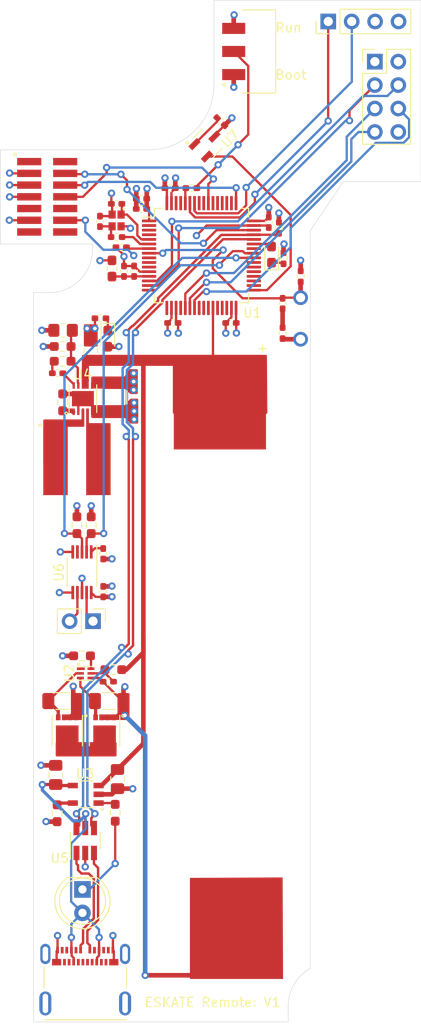
<source format=kicad_pcb>
(kicad_pcb (version 20171130) (host pcbnew "(5.1.7)-1")
  (layers (0 F.Cu signal) (1 In1.Cu power) (2 In2.Cu power) (31 B.Cu signal) (34 B.Paste user) (35 F.Paste user) (36 B.SilkS user hide) (37 F.SilkS user) (38 B.Mask user) (39 F.Mask user) (44 Edge.Cuts user))
  (net 0 "")
  (net 1 +3V3)
  (net 2 GND)
  (net 3 +3.3VA)
  (net 4 HSE_IN)
  (net 5 "Net-(C10-Pad1)")
  (net 6 BTN_POWER_SELECT)
  (net 7 "Net-(C11-Pad2)")
  (net 8 -BATT)
  (net 9 "Net-(C12-Pad1)")
  (net 10 +5V)
  (net 11 BAT_SENSE)
  (net 12 "Net-(C17-Pad2)")
  (net 13 "Net-(C17-Pad1)")
  (net 14 "Net-(C19-Pad2)")
  (net 15 "Net-(C20-Pad1)")
  (net 16 NRST)
  (net 17 LED_STATUS)
  (net 18 "Net-(D1-Pad1)")
  (net 19 "Net-(D2-Pad1)")
  (net 20 "Net-(D3-Pad1)")
  (net 21 "Net-(FET1-Pad4)")
  (net 22 "Net-(FET1-Pad5)")
  (net 23 "Net-(FET2-Pad4)")
  (net 24 "Net-(J1-PadA2)")
  (net 25 "Net-(J1-PadA3)")
  (net 26 "Net-(J1-PadA5)")
  (net 27 USB_CONN_D+)
  (net 28 USB_CONN_D-)
  (net 29 "Net-(J1-PadA8)")
  (net 30 "Net-(J1-PadA10)")
  (net 31 "Net-(J1-PadA11)")
  (net 32 "Net-(J1-PadB2)")
  (net 33 "Net-(J1-PadB3)")
  (net 34 "Net-(J1-PadB5)")
  (net 35 "Net-(J1-PadB8)")
  (net 36 "Net-(J1-PadB10)")
  (net 37 "Net-(J1-PadB11)")
  (net 38 "Net-(J1-PadS1)")
  (net 39 "Net-(J2-Pad1)")
  (net 40 "Net-(J2-Pad9)")
  (net 41 "Net-(J2-Pad13)")
  (net 42 "Net-(J2-Pad2)")
  (net 43 "Net-(J2-Pad14)")
  (net 44 "Net-(J2-Pad10)")
  (net 45 SWDIO)
  (net 46 SWCLK)
  (net 47 SWO)
  (net 48 NRF_CE)
  (net 49 NRF_CSN)
  (net 50 NRF_SCK)
  (net 51 NRF_MOSI)
  (net 52 NRF_MISO)
  (net 53 "Net-(J3-Pad8)")
  (net 54 DISPLAY_SDA)
  (net 55 DISPLAY_SCL)
  (net 56 Motor-)
  (net 57 Motor+)
  (net 58 "Net-(L2-Pad1)")
  (net 59 "Net-(L2-Pad2)")
  (net 60 "Net-(R1-Pad1)")
  (net 61 BOOT0)
  (net 62 USB_D+)
  (net 63 HSE_OUT)
  (net 64 "Net-(R8-Pad2)")
  (net 65 "Net-(R11-Pad1)")
  (net 66 "Net-(R12-Pad1)")
  (net 67 "Net-(R13-Pad2)")
  (net 68 "Net-(R16-Pad1)")
  (net 69 HAPTIC_SDA)
  (net 70 HAPTIC_SCL)
  (net 71 "Net-(U1-Pad2)")
  (net 72 "Net-(U1-Pad3)")
  (net 73 "Net-(U1-Pad4)")
  (net 74 "Net-(U1-Pad9)")
  (net 75 "Net-(U1-Pad10)")
  (net 76 "Net-(U1-Pad11)")
  (net 77 "Net-(U1-Pad16)")
  (net 78 "Net-(U1-Pad17)")
  (net 79 "Net-(U1-Pad20)")
  (net 80 "Net-(U1-Pad24)")
  (net 81 "Net-(U1-Pad25)")
  (net 82 "Net-(U1-Pad26)")
  (net 83 "Net-(U1-Pad28)")
  (net 84 "Net-(U1-Pad29)")
  (net 85 "Net-(U1-Pad30)")
  (net 86 HALL_SENSE)
  (net 87 "Net-(U1-Pad34)")
  (net 88 "Net-(U1-Pad35)")
  (net 89 "Net-(U1-Pad36)")
  (net 90 "Net-(U1-Pad37)")
  (net 91 "Net-(U1-Pad38)")
  (net 92 "Net-(U1-Pad39)")
  (net 93 "Net-(U1-Pad42)")
  (net 94 USB_D-)
  (net 95 "Net-(U1-Pad50)")
  (net 96 "Net-(U1-Pad51)")
  (net 97 "Net-(U1-Pad52)")
  (net 98 "Net-(U1-Pad53)")
  (net 99 "Net-(U1-Pad54)")
  (net 100 "Net-(U1-Pad56)")
  (net 101 "Net-(U1-Pad57)")
  (net 102 "Net-(U1-Pad61)")
  (net 103 "Net-(U1-Pad62)")
  (net 104 "Net-(U2-Pad1)")
  (net 105 "Net-(U6-Pad4)")
  (net 106 "Net-(J1-PadB7)")
  (net 107 "Net-(J1-PadB6)")
  (module user-footprints:MOLEX_105450-0101 (layer F.Cu) (at 105.6 146)
    (fp_text reference J1 hide)
    (fp_text value USB_C_Receptacle hide)
    (pad S4 thru_hole oval (at 4.32 2) (size 1.3 2.6) (drill oval 0.6 2.1) (layers *.Cu *.Mask))
    (pad S3 thru_hole oval (at -4.32 2) (size 1.3 2.6) (drill oval 0.6 2.1) (layers *.Cu *.Mask))
    (pad S2 thru_hole oval (at 4.32 -3.36) (size 1.1 2.2) (drill oval 0.6 1.6) (layers *.Cu *.Mask))
    (pad S1 thru_hole oval (at -4.32 -3.36) (size 1.1 2.2) (drill oval 0.6 1.6) (layers *.Cu *.Mask) (net 38 "Net-(J1-PadS1)"))
    (pad B12 smd rect (at -3.1 -2.47) (size 1 0.7) (layers F.Cu F.Paste F.Mask) (net 2 GND))
    (pad B11 smd rect (at -2.25 -2.47) (size 0.3 0.7) (layers F.Cu F.Paste F.Mask) (net 37 "Net-(J1-PadB11)"))
    (pad B10 smd rect (at -1.75 -2.47) (size 0.3 0.7) (layers F.Cu F.Paste F.Mask) (net 36 "Net-(J1-PadB10)"))
    (pad B9 smd rect (at -1.25 -2.47) (size 0.3 0.7) (layers F.Cu F.Paste F.Mask) (net 10 +5V))
    (pad B8 smd rect (at -0.75 -2.47) (size 0.3 0.7) (layers F.Cu F.Paste F.Mask) (net 35 "Net-(J1-PadB8)"))
    (pad B7 smd rect (at -0.25 -2.47) (size 0.3 0.7) (layers F.Cu F.Paste F.Mask) (net 106 "Net-(J1-PadB7)"))
    (pad B6 smd rect (at 0.25 -2.47) (size 0.3 0.7) (layers F.Cu F.Paste F.Mask) (net 107 "Net-(J1-PadB6)"))
    (pad B5 smd rect (at 0.75 -2.47) (size 0.3 0.7) (layers F.Cu F.Paste F.Mask) (net 34 "Net-(J1-PadB5)"))
    (pad B4 smd rect (at 1.25 -2.47) (size 0.3 0.7) (layers F.Cu F.Paste F.Mask) (net 10 +5V))
    (pad B3 smd rect (at 1.75 -2.47) (size 0.3 0.7) (layers F.Cu F.Paste F.Mask) (net 33 "Net-(J1-PadB3)"))
    (pad B2 smd rect (at 2.25 -2.47) (size 0.3 0.7) (layers F.Cu F.Paste F.Mask) (net 32 "Net-(J1-PadB2)"))
    (pad B1 smd rect (at 3.1 -2.47) (size 1 0.7) (layers F.Cu F.Paste F.Mask) (net 2 GND))
    (pad A12 smd rect (at 3 -3.77) (size 0.3 0.7) (layers F.Cu F.Paste F.Mask) (net 2 GND))
    (pad A11 smd rect (at 2.5 -3.77) (size 0.3 0.7) (layers F.Cu F.Paste F.Mask) (net 31 "Net-(J1-PadA11)"))
    (pad A10 smd rect (at 2 -3.77) (size 0.3 0.7) (layers F.Cu F.Paste F.Mask) (net 30 "Net-(J1-PadA10)"))
    (pad A9 smd rect (at 1.5 -3.77) (size 0.3 0.7) (layers F.Cu F.Paste F.Mask) (net 10 +5V))
    (pad A8 smd rect (at 1 -3.77) (size 0.3 0.7) (layers F.Cu F.Paste F.Mask) (net 29 "Net-(J1-PadA8)"))
    (pad A7 smd rect (at 0.5 -3.77) (size 0.3 0.7) (layers F.Cu F.Paste F.Mask) (net 28 USB_CONN_D-))
    (pad A6 smd rect (at -0.5 -3.77) (size 0.3 0.7) (layers F.Cu F.Paste F.Mask) (net 27 USB_CONN_D+))
    (pad A5 smd rect (at -1 -3.77) (size 0.3 0.7) (layers F.Cu F.Paste F.Mask) (net 26 "Net-(J1-PadA5)"))
    (pad A4 smd rect (at -1.5 -3.77) (size 0.3 0.7) (layers F.Cu F.Paste F.Mask) (net 10 +5V))
    (pad A3 smd rect (at -2 -3.77) (size 0.3 0.7) (layers F.Cu F.Paste F.Mask) (net 25 "Net-(J1-PadA3)"))
    (pad A2 smd rect (at -2.5 -3.77) (size 0.3 0.7) (layers F.Cu F.Paste F.Mask) (net 24 "Net-(J1-PadA2)"))
    (pad A1 smd rect (at -3 -3.77) (size 0.3 0.7) (layers F.Cu F.Paste F.Mask) (net 2 GND))
  )
  (module user-footprints:CSD16406 (layer F.Cu) (at 107.7 118.45 180)
    (fp_text reference FET2 hide)
    (fp_text value CSD16406 hide)
    (pad 5 smd rect (at 0 -0.39) (size 2.45 1.9) (layers F.Cu F.Paste F.Mask) (net 22 "Net-(FET1-Pad5)"))
    (pad 5 smd rect (at 0.975 -1.435) (size 0.5 0.63) (layers F.Cu F.Paste F.Mask) (net 22 "Net-(FET1-Pad5)"))
    (pad 6 smd rect (at 0.325 -1.435) (size 0.5 0.63) (layers F.Cu F.Paste F.Mask) (net 22 "Net-(FET1-Pad5)"))
    (pad 8 smd rect (at -0.975 -1.435) (size 0.5 0.63) (layers F.Cu F.Paste F.Mask) (net 22 "Net-(FET1-Pad5)"))
    (pad 7 smd rect (at -0.325 -1.435) (size 0.5 0.63) (layers F.Cu F.Paste F.Mask) (net 22 "Net-(FET1-Pad5)"))
    (pad 4 smd rect (at 0.975 1.435 180) (size 0.5 0.63) (layers F.Cu F.Paste F.Mask) (net 23 "Net-(FET2-Pad4)"))
    (pad 3 smd rect (at 0.325 1.435 180) (size 0.5 0.63) (layers F.Cu F.Paste F.Mask) (net 8 -BATT))
    (pad 2 smd rect (at -0.325 1.435 180) (size 0.5 0.63) (layers F.Cu F.Paste F.Mask) (net 8 -BATT))
    (pad 1 smd rect (at -0.975 1.435 180) (size 0.5 0.63) (layers F.Cu F.Paste F.Mask) (net 8 -BATT))
  )
  (module user-footprints:CSD16406 (layer F.Cu) (at 103.65 118.45 180)
    (fp_text reference FET1 hide)
    (fp_text value CSD16406 hide)
    (pad 5 smd rect (at 0 -0.39) (size 2.45 1.9) (layers F.Cu F.Paste F.Mask) (net 22 "Net-(FET1-Pad5)"))
    (pad 5 smd rect (at 0.975 -1.435) (size 0.5 0.63) (layers F.Cu F.Paste F.Mask) (net 22 "Net-(FET1-Pad5)"))
    (pad 6 smd rect (at 0.325 -1.435) (size 0.5 0.63) (layers F.Cu F.Paste F.Mask) (net 22 "Net-(FET1-Pad5)"))
    (pad 8 smd rect (at -0.975 -1.435) (size 0.5 0.63) (layers F.Cu F.Paste F.Mask) (net 22 "Net-(FET1-Pad5)"))
    (pad 7 smd rect (at -0.325 -1.435) (size 0.5 0.63) (layers F.Cu F.Paste F.Mask) (net 22 "Net-(FET1-Pad5)"))
    (pad 4 smd rect (at 0.975 1.435 180) (size 0.5 0.63) (layers F.Cu F.Paste F.Mask) (net 21 "Net-(FET1-Pad4)"))
    (pad 3 smd rect (at 0.325 1.435 180) (size 0.5 0.63) (layers F.Cu F.Paste F.Mask) (net 2 GND))
    (pad 2 smd rect (at -0.325 1.435 180) (size 0.5 0.63) (layers F.Cu F.Paste F.Mask) (net 2 GND))
    (pad 1 smd rect (at -0.975 1.435 180) (size 0.5 0.63) (layers F.Cu F.Paste F.Mask) (net 2 GND))
  )
  (module user-footprints:ABM11W-16MHZ (layer F.Cu) (at 109 63.2 270)
    (fp_text reference Y1)
    (fp_text value 16MHz)
    (pad 4 smd rect (at -0.6375 0.4875 270) (size 0.875 0.775) (layers F.Cu F.Paste F.Mask) (net 2 GND))
    (pad 3 smd rect (at 0.6375 0.4875 270) (size 0.875 0.775) (layers F.Cu F.Paste F.Mask) (net 5 "Net-(C10-Pad1)"))
    (pad 2 smd rect (at 0.6375 -0.4875 270) (size 0.875 0.775) (layers F.Cu F.Paste F.Mask) (net 2 GND))
    (pad 1 smd rect (at -0.6375 -0.4875 270) (size 0.875 0.775) (layers F.Cu F.Paste F.Mask) (net 4 HSE_IN))
  )
  (module user-footprints:DRV5055 (layer F.Cu) (at 118.864 54.864 45)
    (fp_text reference U7 (at 2.078894 1.380272 45) (layer F.SilkS))
    (fp_text value DRV5055)
    (pad 3 smd rect (at 1.05 0 45) (size 1.3 0.6) (layers F.Cu F.Paste F.Mask) (net 2 GND))
    (pad 2 smd rect (at -1.05 0.95 45) (size 1.3 0.6) (layers F.Cu F.Paste F.Mask) (net 86 HALL_SENSE))
    (pad 1 smd rect (at -1.05 -0.95 45) (size 1.3 0.6) (layers F.Cu F.Paste F.Mask) (net 15 "Net-(C20-Pad1)"))
  )
  (module Package_SO:VSSOP-10_3x3mm_P0.5mm (layer F.Cu) (at 105.25 101.3 270)
    (fp_text reference U6 (at 0.02 2.49 90) (layer F.SilkS))
    (fp_text value DRV2605LDGS hide)
    (pad 10 smd roundrect (at 2.2 -1 270) (size 1.45 0.3) (layers F.Cu F.Paste F.Mask) (net 1 +3V3))
    (pad 9 smd roundrect (at 2.2 -0.5 270) (size 1.45 0.3) (layers F.Cu F.Paste F.Mask) (net 56 Motor-))
    (pad 8 smd roundrect (at 2.2 0 270) (size 1.45 0.3) (layers F.Cu F.Paste F.Mask) (net 2 GND))
    (pad 7 smd roundrect (at 2.2 0.5 270) (size 1.45 0.3) (layers F.Cu F.Paste F.Mask) (net 57 Motor+))
    (pad 6 smd roundrect (at 2.2 1 270) (size 1.45 0.3) (layers F.Cu F.Paste F.Mask) (net 1 +3V3))
    (pad 5 smd roundrect (at -2.2 1 270) (size 1.45 0.3) (layers F.Cu F.Paste F.Mask) (net 1 +3V3))
    (pad 4 smd roundrect (at -2.2 0.5 270) (size 1.45 0.3) (layers F.Cu F.Paste F.Mask) (net 105 "Net-(U6-Pad4)"))
    (pad 3 smd roundrect (at -2.2 0 270) (size 1.45 0.3) (layers F.Cu F.Paste F.Mask) (net 69 HAPTIC_SDA))
    (pad 2 smd roundrect (at -2.2 -0.5 270) (size 1.45 0.3) (layers F.Cu F.Paste F.Mask) (net 70 HAPTIC_SCL))
    (pad 1 smd roundrect (at -2.2 -1 270) (size 1.45 0.3) (layers F.Cu F.Paste F.Mask) (net 14 "Net-(C19-Pad2)"))
  )
  (module Package_TO_SOT_SMD:SOT-23-6_Handsoldering (layer F.Cu) (at 105.6 130.35 90)
    (fp_text reference U5 (at -1.92 -2.76 180) (layer F.SilkS))
    (fp_text value USBLC6-2P6 hide)
    (pad 5 smd rect (at 1.35 0 90) (size 1.56 0.65) (layers F.Cu F.Paste F.Mask) (net 10 +5V))
    (pad 6 smd rect (at 1.35 -0.95 90) (size 1.56 0.65) (layers F.Cu F.Paste F.Mask) (net 62 USB_D+))
    (pad 4 smd rect (at 1.35 0.95 90) (size 1.56 0.65) (layers F.Cu F.Paste F.Mask) (net 94 USB_D-))
    (pad 3 smd rect (at -1.35 0.95 90) (size 1.56 0.65) (layers F.Cu F.Paste F.Mask) (net 28 USB_CONN_D-))
    (pad 2 smd rect (at -1.35 0 90) (size 1.56 0.65) (layers F.Cu F.Paste F.Mask) (net 2 GND))
    (pad 1 smd rect (at -1.35 -0.95 90) (size 1.56 0.65) (layers F.Cu F.Paste F.Mask) (net 27 USB_CONN_D+))
  )
  (module user-footprints:LTC3440 (layer F.Cu) (at 105.35 82.5)
    (fp_text reference U4 (at -0.02 -2.61) (layer F.SilkS))
    (fp_text value LTC3440)
    (pad 11 smd rect (at 0 0) (size 2.38 1.65) (layers F.Cu F.Paste F.Mask) (net 2 GND))
    (pad 7 smd rect (at 0.5 -1.425) (size 0.25 0.7) (layers F.Cu F.Paste F.Mask) (net 11 BAT_SENSE))
    (pad 8 smd rect (at 0 -1.425) (size 0.25 0.7) (layers F.Cu F.Paste F.Mask) (net 11 BAT_SENSE))
    (pad 6 smd rect (at 1 -1.425) (size 0.25 0.7) (layers F.Cu F.Paste F.Mask) (net 1 +3V3))
    (pad 10 smd rect (at -1 -1.425) (size 0.25 0.7) (layers F.Cu F.Paste F.Mask) (net 13 "Net-(C17-Pad1)"))
    (pad 9 smd rect (at -0.5 -1.425) (size 0.25 0.7) (layers F.Cu F.Paste F.Mask) (net 67 "Net-(R13-Pad2)"))
    (pad 5 smd rect (at 1 1.425) (size 0.25 0.7) (layers F.Cu F.Paste F.Mask) (net 2 GND))
    (pad 4 smd rect (at 0.5 1.425) (size 0.25 0.7) (layers F.Cu F.Paste F.Mask) (net 59 "Net-(L2-Pad2)"))
    (pad 1 smd rect (at -1 1.425) (size 0.25 0.7) (layers F.Cu F.Paste F.Mask) (net 68 "Net-(R16-Pad1)"))
    (pad 2 smd rect (at -0.5 1.425) (size 0.25 0.7) (layers F.Cu F.Paste F.Mask) (net 2 GND))
    (pad 3 smd rect (at 0 1.425) (size 0.25 0.7) (layers F.Cu F.Paste F.Mask) (net 58 "Net-(L2-Pad1)"))
  )
  (module user-footprints:MCP73831 (layer F.Cu) (at 105.65 125.35 90)
    (fp_text reference U3 (at 2.19 -0.06 180) (layer F.SilkS))
    (fp_text value MCP73831-2-OT)
    (pad 4 smd rect (at 0.95 -1.4 90) (size 0.6 1.1) (layers F.Cu F.Paste F.Mask) (net 10 +5V))
    (pad 5 smd rect (at -0.95 -1.4 90) (size 0.6 1.1) (layers F.Cu F.Paste F.Mask) (net 65 "Net-(R11-Pad1)"))
    (pad 3 smd rect (at 0.95 1.4 90) (size 0.6 1.1) (layers F.Cu F.Paste F.Mask) (net 11 BAT_SENSE))
    (pad 2 smd rect (at 0 1.4 90) (size 0.6 1.1) (layers F.Cu F.Paste F.Mask) (net 2 GND))
    (pad 1 smd rect (at -0.95 1.4 90) (size 0.6 1.1) (layers F.Cu F.Paste F.Mask) (net 66 "Net-(R12-Pad1)"))
  )
  (module user-footprints:BQ2970 (layer F.Cu) (at 105.65 112.25 270)
    (fp_text reference U2 (at -0.01 1.78 90) (layer F.SilkS))
    (fp_text value BQ2970)
    (pad 6 smd rect (at -0.5 -0.575 270) (size 0.28 0.75) (layers F.Cu F.Paste F.Mask) (net 64 "Net-(R8-Pad2)"))
    (pad 5 smd rect (at 0 -0.575 270) (size 0.28 0.75) (layers F.Cu F.Paste F.Mask) (net 9 "Net-(C12-Pad1)"))
    (pad 4 smd rect (at 0.5 -0.575 270) (size 0.28 0.75) (layers F.Cu F.Paste F.Mask) (net 8 -BATT))
    (pad 3 smd rect (at 0.5 0.575 270) (size 0.28 0.75) (layers F.Cu F.Paste F.Mask) (net 23 "Net-(FET2-Pad4)"))
    (pad 2 smd rect (at 0 0.575 270) (size 0.28 0.75) (layers F.Cu F.Paste F.Mask) (net 21 "Net-(FET1-Pad4)"))
    (pad 1 smd rect (at -0.5 0.525 270) (size 0.28 0.85) (layers F.Cu F.Paste F.Mask) (net 104 "Net-(U2-Pad1)"))
  )
  (module Package_QFP:LQFP-64_10x10mm_P0.5mm (layer F.Cu) (at 118.2 67)
    (fp_text reference U1 (at 5.52 6.21 180) (layer F.SilkS))
    (fp_text value STM32F303RET6)
    (pad 64 smd roundrect (at -3.75 -5.675) (size 0.3 1.55) (layers F.Cu F.Paste F.Mask) (net 1 +3V3))
    (pad 63 smd roundrect (at -3.25 -5.675) (size 0.3 1.55) (layers F.Cu F.Paste F.Mask) (net 2 GND))
    (pad 62 smd roundrect (at -2.75 -5.675) (size 0.3 1.55) (layers F.Cu F.Paste F.Mask) (net 103 "Net-(U1-Pad62)"))
    (pad 61 smd roundrect (at -2.25 -5.675) (size 0.3 1.55) (layers F.Cu F.Paste F.Mask) (net 102 "Net-(U1-Pad61)"))
    (pad 60 smd roundrect (at -1.75 -5.675) (size 0.3 1.55) (layers F.Cu F.Paste F.Mask) (net 61 BOOT0))
    (pad 59 smd roundrect (at -1.25 -5.675) (size 0.3 1.55) (layers F.Cu F.Paste F.Mask) (net 54 DISPLAY_SDA))
    (pad 58 smd roundrect (at -0.75 -5.675) (size 0.3 1.55) (layers F.Cu F.Paste F.Mask) (net 55 DISPLAY_SCL))
    (pad 57 smd roundrect (at -0.25 -5.675) (size 0.3 1.55) (layers F.Cu F.Paste F.Mask) (net 101 "Net-(U1-Pad57)"))
    (pad 56 smd roundrect (at 0.25 -5.675) (size 0.3 1.55) (layers F.Cu F.Paste F.Mask) (net 100 "Net-(U1-Pad56)"))
    (pad 55 smd roundrect (at 0.75 -5.675) (size 0.3 1.55) (layers F.Cu F.Paste F.Mask) (net 47 SWO))
    (pad 54 smd roundrect (at 1.25 -5.675) (size 0.3 1.55) (layers F.Cu F.Paste F.Mask) (net 99 "Net-(U1-Pad54)"))
    (pad 53 smd roundrect (at 1.75 -5.675) (size 0.3 1.55) (layers F.Cu F.Paste F.Mask) (net 98 "Net-(U1-Pad53)"))
    (pad 52 smd roundrect (at 2.25 -5.675) (size 0.3 1.55) (layers F.Cu F.Paste F.Mask) (net 97 "Net-(U1-Pad52)"))
    (pad 51 smd roundrect (at 2.75 -5.675) (size 0.3 1.55) (layers F.Cu F.Paste F.Mask) (net 96 "Net-(U1-Pad51)"))
    (pad 50 smd roundrect (at 3.25 -5.675) (size 0.3 1.55) (layers F.Cu F.Paste F.Mask) (net 95 "Net-(U1-Pad50)"))
    (pad 49 smd roundrect (at 3.75 -5.675) (size 0.3 1.55) (layers F.Cu F.Paste F.Mask) (net 46 SWCLK))
    (pad 48 smd roundrect (at 5.675 -3.75) (size 1.55 0.3) (layers F.Cu F.Paste F.Mask) (net 1 +3V3))
    (pad 47 smd roundrect (at 5.675 -3.25) (size 1.55 0.3) (layers F.Cu F.Paste F.Mask) (net 2 GND))
    (pad 46 smd roundrect (at 5.675 -2.75) (size 1.55 0.3) (layers F.Cu F.Paste F.Mask) (net 45 SWDIO))
    (pad 45 smd roundrect (at 5.675 -2.25) (size 1.55 0.3) (layers F.Cu F.Paste F.Mask) (net 62 USB_D+))
    (pad 44 smd roundrect (at 5.675 -1.75) (size 1.55 0.3) (layers F.Cu F.Paste F.Mask) (net 94 USB_D-))
    (pad 43 smd roundrect (at 5.675 -1.25) (size 1.55 0.3) (layers F.Cu F.Paste F.Mask) (net 17 LED_STATUS))
    (pad 42 smd roundrect (at 5.675 -0.75) (size 1.55 0.3) (layers F.Cu F.Paste F.Mask) (net 93 "Net-(U1-Pad42)"))
    (pad 41 smd roundrect (at 5.675 -0.25) (size 1.55 0.3) (layers F.Cu F.Paste F.Mask) (net 70 HAPTIC_SCL))
    (pad 40 smd roundrect (at 5.675 0.25) (size 1.55 0.3) (layers F.Cu F.Paste F.Mask) (net 69 HAPTIC_SDA))
    (pad 39 smd roundrect (at 5.675 0.75) (size 1.55 0.3) (layers F.Cu F.Paste F.Mask) (net 92 "Net-(U1-Pad39)"))
    (pad 38 smd roundrect (at 5.675 1.25) (size 1.55 0.3) (layers F.Cu F.Paste F.Mask) (net 91 "Net-(U1-Pad38)"))
    (pad 37 smd roundrect (at 5.675 1.75) (size 1.55 0.3) (layers F.Cu F.Paste F.Mask) (net 90 "Net-(U1-Pad37)"))
    (pad 36 smd roundrect (at 5.675 2.25) (size 1.55 0.3) (layers F.Cu F.Paste F.Mask) (net 89 "Net-(U1-Pad36)"))
    (pad 35 smd roundrect (at 5.675 2.75) (size 1.55 0.3) (layers F.Cu F.Paste F.Mask) (net 88 "Net-(U1-Pad35)"))
    (pad 34 smd roundrect (at 5.675 3.25) (size 1.55 0.3) (layers F.Cu F.Paste F.Mask) (net 87 "Net-(U1-Pad34)"))
    (pad 33 smd roundrect (at 5.675 3.75) (size 1.55 0.3) (layers F.Cu F.Paste F.Mask) (net 86 HALL_SENSE))
    (pad 32 smd roundrect (at 3.75 5.675) (size 0.3 1.55) (layers F.Cu F.Paste F.Mask) (net 1 +3V3))
    (pad 31 smd roundrect (at 3.25 5.675) (size 0.3 1.55) (layers F.Cu F.Paste F.Mask) (net 2 GND))
    (pad 30 smd roundrect (at 2.75 5.675) (size 0.3 1.55) (layers F.Cu F.Paste F.Mask) (net 85 "Net-(U1-Pad30)"))
    (pad 29 smd roundrect (at 2.25 5.675) (size 0.3 1.55) (layers F.Cu F.Paste F.Mask) (net 84 "Net-(U1-Pad29)"))
    (pad 28 smd roundrect (at 1.75 5.675) (size 0.3 1.55) (layers F.Cu F.Paste F.Mask) (net 83 "Net-(U1-Pad28)"))
    (pad 27 smd roundrect (at 1.25 5.675) (size 0.3 1.55) (layers F.Cu F.Paste F.Mask) (net 11 BAT_SENSE))
    (pad 26 smd roundrect (at 0.75 5.675) (size 0.3 1.55) (layers F.Cu F.Paste F.Mask) (net 82 "Net-(U1-Pad26)"))
    (pad 25 smd roundrect (at 0.25 5.675) (size 0.3 1.55) (layers F.Cu F.Paste F.Mask) (net 81 "Net-(U1-Pad25)"))
    (pad 24 smd roundrect (at -0.25 5.675) (size 0.3 1.55) (layers F.Cu F.Paste F.Mask) (net 80 "Net-(U1-Pad24)"))
    (pad 23 smd roundrect (at -0.75 5.675) (size 0.3 1.55) (layers F.Cu F.Paste F.Mask) (net 51 NRF_MOSI))
    (pad 22 smd roundrect (at -1.25 5.675) (size 0.3 1.55) (layers F.Cu F.Paste F.Mask) (net 52 NRF_MISO))
    (pad 21 smd roundrect (at -1.75 5.675) (size 0.3 1.55) (layers F.Cu F.Paste F.Mask) (net 50 NRF_SCK))
    (pad 20 smd roundrect (at -2.25 5.675) (size 0.3 1.55) (layers F.Cu F.Paste F.Mask) (net 79 "Net-(U1-Pad20)"))
    (pad 19 smd roundrect (at -2.75 5.675) (size 0.3 1.55) (layers F.Cu F.Paste F.Mask) (net 1 +3V3))
    (pad 18 smd roundrect (at -3.25 5.675) (size 0.3 1.55) (layers F.Cu F.Paste F.Mask) (net 2 GND))
    (pad 17 smd roundrect (at -3.75 5.675) (size 0.3 1.55) (layers F.Cu F.Paste F.Mask) (net 78 "Net-(U1-Pad17)"))
    (pad 16 smd roundrect (at -5.675 3.75) (size 1.55 0.3) (layers F.Cu F.Paste F.Mask) (net 77 "Net-(U1-Pad16)"))
    (pad 15 smd roundrect (at -5.675 3.25) (size 1.55 0.3) (layers F.Cu F.Paste F.Mask) (net 48 NRF_CE))
    (pad 14 smd roundrect (at -5.675 2.75) (size 1.55 0.3) (layers F.Cu F.Paste F.Mask) (net 49 NRF_CSN))
    (pad 13 smd roundrect (at -5.675 2.25) (size 1.55 0.3) (layers F.Cu F.Paste F.Mask) (net 3 +3.3VA))
    (pad 12 smd roundrect (at -5.675 1.75) (size 1.55 0.3) (layers F.Cu F.Paste F.Mask) (net 2 GND))
    (pad 11 smd roundrect (at -5.675 1.25) (size 1.55 0.3) (layers F.Cu F.Paste F.Mask) (net 76 "Net-(U1-Pad11)"))
    (pad 10 smd roundrect (at -5.675 0.75) (size 1.55 0.3) (layers F.Cu F.Paste F.Mask) (net 75 "Net-(U1-Pad10)"))
    (pad 9 smd roundrect (at -5.675 0.25) (size 1.55 0.3) (layers F.Cu F.Paste F.Mask) (net 74 "Net-(U1-Pad9)"))
    (pad 8 smd roundrect (at -5.675 -0.25) (size 1.55 0.3) (layers F.Cu F.Paste F.Mask) (net 6 BTN_POWER_SELECT))
    (pad 7 smd roundrect (at -5.675 -0.75) (size 1.55 0.3) (layers F.Cu F.Paste F.Mask) (net 16 NRST))
    (pad 6 smd roundrect (at -5.675 -1.25) (size 1.55 0.3) (layers F.Cu F.Paste F.Mask) (net 63 HSE_OUT))
    (pad 5 smd roundrect (at -5.675 -1.75) (size 1.55 0.3) (layers F.Cu F.Paste F.Mask) (net 4 HSE_IN))
    (pad 4 smd roundrect (at -5.675 -2.25) (size 1.55 0.3) (layers F.Cu F.Paste F.Mask) (net 73 "Net-(U1-Pad4)"))
    (pad 3 smd roundrect (at -5.675 -2.75) (size 1.55 0.3) (layers F.Cu F.Paste F.Mask) (net 72 "Net-(U1-Pad3)"))
    (pad 2 smd roundrect (at -5.675 -3.25) (size 1.55 0.3) (layers F.Cu F.Paste F.Mask) (net 71 "Net-(U1-Pad2)"))
    (pad 1 smd roundrect (at -5.675 -3.75) (size 1.55 0.3) (layers F.Cu F.Paste F.Mask) (net 1 +3V3))
  )
  (module user-footprints:DIP_Switch_2 (layer F.Cu) (at 128.95 73.814)
    (fp_text reference SW2)
    (fp_text value DIP_SW_2)
    (pad 2 thru_hole circle (at 0 -2.25) (size 1.6 1.6) (drill 1) (layers *.Cu *.Mask) (net 6 BTN_POWER_SELECT))
    (pad 1 thru_hole circle (at 0 2.25) (size 1.6 1.6) (drill 1) (layers *.Cu *.Mask) (net 2 GND))
  )
  (module user-footprints:JS102011SAQN (layer F.Cu) (at 124.45 44.9 90)
    (fp_text reference SW1)
    (fp_text value SW_SPDT)
    (pad 3 smd rect (at 2.5 -2.75 270) (size 1.2 2.5) (layers F.Cu F.Paste F.Mask) (net 2 GND))
    (pad 1 smd rect (at -2.5 -2.75 270) (size 1.2 2.5) (layers F.Cu F.Paste F.Mask) (net 1 +3V3))
    (pad 2 smd rect (at 0 -2.75 270) (size 1.2 2.5) (layers F.Cu F.Paste F.Mask) (net 60 "Net-(R1-Pad1)"))
    (pad "" np_thru_hole circle (at -3.4 0 270) (size 0.9 0.9) (drill 0.9) (layers *.Cu *.Mask))
    (pad "" np_thru_hole circle (at 3.4 0 270) (size 0.9 0.9) (drill 0.9) (layers *.Cu *.Mask))
  )
  (module Resistor_SMD:R_0603_1608Metric_Pad0.98x0.95mm_HandSolder (layer F.Cu) (at 106.25 96.2 90)
    (fp_text reference R19)
    (fp_text value 2.2K hide)
    (pad 2 smd roundrect (at 0.9125 0 90) (size 0.975 0.95) (layers F.Cu F.Paste F.Mask) (net 1 +3V3))
    (pad 1 smd roundrect (at -0.9125 0 90) (size 0.975 0.95) (layers F.Cu F.Paste F.Mask) (net 70 HAPTIC_SCL))
  )
  (module Resistor_SMD:R_0603_1608Metric_Pad0.98x0.95mm_HandSolder (layer F.Cu) (at 104.7 96.2 90)
    (fp_text reference R18)
    (fp_text value 2.2K hide)
    (pad 2 smd roundrect (at 0.9125 0 90) (size 0.975 0.95) (layers F.Cu F.Paste F.Mask) (net 1 +3V3))
    (pad 1 smd roundrect (at -0.9125 0 90) (size 0.975 0.95) (layers F.Cu F.Paste F.Mask) (net 69 HAPTIC_SDA))
  )
  (module Resistor_SMD:R_0402_1005Metric_Pad0.72x0.64mm_HandSolder (layer F.Cu) (at 107.25 73.8)
    (fp_text reference R17)
    (fp_text value 1.5K)
    (pad 2 smd roundrect (at 0.5975 0) (size 0.715 0.64) (layers F.Cu F.Paste F.Mask) (net 20 "Net-(D3-Pad1)"))
    (pad 1 smd roundrect (at -0.5975 0) (size 0.715 0.64) (layers F.Cu F.Paste F.Mask) (net 2 GND))
  )
  (module Resistor_SMD:R_0603_1608Metric_Pad0.98x0.95mm_HandSolder (layer F.Cu) (at 103.15 82.9 90)
    (fp_text reference R16)
    (fp_text value 60.4k)
    (pad 2 smd roundrect (at 0.9125 0 90) (size 0.975 0.95) (layers F.Cu F.Paste F.Mask) (net 2 GND))
    (pad 1 smd roundrect (at -0.9125 0 90) (size 0.975 0.95) (layers F.Cu F.Paste F.Mask) (net 68 "Net-(R16-Pad1)"))
  )
  (module Resistor_SMD:R_0603_1608Metric_Pad0.98x0.95mm_HandSolder (layer F.Cu) (at 103.15 78.45)
    (fp_text reference R15 hide)
    (fp_text value 15k hide)
    (pad 2 smd roundrect (at 0.9125 0) (size 0.975 0.95) (layers F.Cu F.Paste F.Mask) (net 67 "Net-(R13-Pad2)"))
    (pad 1 smd roundrect (at -0.9125 0) (size 0.975 0.95) (layers F.Cu F.Paste F.Mask) (net 12 "Net-(C17-Pad2)"))
  )
  (module Resistor_SMD:R_0603_1608Metric_Pad0.98x0.95mm_HandSolder (layer F.Cu) (at 103.15 76.85 180)
    (fp_text reference R14)
    (fp_text value 200k)
    (pad 2 smd roundrect (at 0.9125 0 180) (size 0.975 0.95) (layers F.Cu F.Paste F.Mask) (net 2 GND))
    (pad 1 smd roundrect (at -0.9125 0 180) (size 0.975 0.95) (layers F.Cu F.Paste F.Mask) (net 67 "Net-(R13-Pad2)"))
  )
  (module Resistor_SMD:R_0805_2012Metric_Pad1.20x1.40mm_HandSolder (layer F.Cu) (at 103.2 75.1)
    (fp_text reference R13)
    (fp_text value 340K)
    (pad 2 smd roundrect (at 1 0) (size 1.2 1.4) (layers F.Cu F.Paste F.Mask) (roundrect_rratio 0.2083325) (net 67 "Net-(R13-Pad2)"))
    (pad 1 smd roundrect (at -1 0) (size 1.2 1.4) (layers F.Cu F.Paste F.Mask) (roundrect_rratio 0.2083325) (net 1 +3V3))
  )
  (module Resistor_SMD:R_0603_1608Metric_Pad0.98x0.95mm_HandSolder (layer F.Cu) (at 108.85 127.35 270)
    (fp_text reference R12)
    (fp_text value 470)
    (pad 2 smd roundrect (at 0.9125 0 270) (size 0.975 0.95) (layers F.Cu F.Paste F.Mask) (net 19 "Net-(D2-Pad1)"))
    (pad 1 smd roundrect (at -0.9125 0 270) (size 0.975 0.95) (layers F.Cu F.Paste F.Mask) (net 66 "Net-(R12-Pad1)"))
  )
  (module Resistor_SMD:R_0603_1608Metric_Pad0.98x0.95mm_HandSolder (layer F.Cu) (at 102.55 127.4 270)
    (fp_text reference R11)
    (fp_text value 665 hide)
    (pad 2 smd roundrect (at 0.9125 0 270) (size 0.975 0.95) (layers F.Cu F.Paste F.Mask) (net 2 GND))
    (pad 1 smd roundrect (at -0.9125 0 270) (size 0.975 0.95) (layers F.Cu F.Paste F.Mask) (net 65 "Net-(R11-Pad1)"))
  )
  (module Resistor_SMD:R_1206_3216Metric_Pad1.30x1.75mm_HandSolder (layer F.Cu) (at 108.2 115.25)
    (fp_text reference R10)
    (fp_text value 5M)
    (pad 2 smd roundrect (at 1.55 0) (size 1.3 1.75) (layers F.Cu F.Paste F.Mask) (roundrect_rratio 0.1923076923076923) (net 8 -BATT))
    (pad 1 smd roundrect (at -1.55 0) (size 1.3 1.75) (layers F.Cu F.Paste F.Mask) (roundrect_rratio 0.1923076923076923) (net 23 "Net-(FET2-Pad4)"))
  )
  (module Resistor_SMD:R_1206_3216Metric_Pad1.30x1.75mm_HandSolder (layer F.Cu) (at 103.15 115.25 180)
    (fp_text reference R9)
    (fp_text value 5M)
    (pad 2 smd roundrect (at 1.55 0 180) (size 1.3 1.75) (layers F.Cu F.Paste F.Mask) (roundrect_rratio 0.1923076923076923) (net 21 "Net-(FET1-Pad4)"))
    (pad 1 smd roundrect (at -1.55 0 180) (size 1.3 1.75) (layers F.Cu F.Paste F.Mask) (roundrect_rratio 0.1923076923076923) (net 2 GND))
  )
  (module Resistor_SMD:R_0603_1608Metric_Pad0.98x0.95mm_HandSolder (layer F.Cu) (at 105.25 110.35)
    (fp_text reference R8)
    (fp_text value 2.2k)
    (pad 2 smd roundrect (at 0.9125 0) (size 0.975 0.95) (layers F.Cu F.Paste F.Mask) (net 64 "Net-(R8-Pad2)"))
    (pad 1 smd roundrect (at -0.9125 0) (size 0.975 0.95) (layers F.Cu F.Paste F.Mask) (net 2 GND))
  )
  (module Resistor_SMD:R_0603_1608Metric_Pad0.98x0.95mm_HandSolder (layer F.Cu) (at 108.65 111.85 180)
    (fp_text reference R7)
    (fp_text value 330)
    (pad 2 smd roundrect (at 0.9125 0 180) (size 0.975 0.95) (layers F.Cu F.Paste F.Mask) (net 9 "Net-(C12-Pad1)"))
    (pad 1 smd roundrect (at -0.9125 0 180) (size 0.975 0.95) (layers F.Cu F.Paste F.Mask) (net 11 BAT_SENSE))
  )
  (module Resistor_SMD:R_0402_1005Metric_Pad0.72x0.64mm_HandSolder (layer F.Cu) (at 127 75.4 90)
    (fp_text reference R6)
    (fp_text value 100)
    (pad 2 smd roundrect (at 0.5975 0 90) (size 0.715 0.64) (layers F.Cu F.Paste F.Mask) (net 7 "Net-(C11-Pad2)"))
    (pad 1 smd roundrect (at -0.5975 0 90) (size 0.715 0.64) (layers F.Cu F.Paste F.Mask) (net 2 GND))
  )
  (module Resistor_SMD:R_0402_1005Metric_Pad0.72x0.64mm_HandSolder (layer F.Cu) (at 128.96 69.26 270)
    (fp_text reference R5)
    (fp_text value 4.7K)
    (pad 2 smd roundrect (at 0.5975 0 270) (size 0.715 0.64) (layers F.Cu F.Paste F.Mask) (net 6 BTN_POWER_SELECT))
    (pad 1 smd roundrect (at -0.5975 0 270) (size 0.715 0.64) (layers F.Cu F.Paste F.Mask) (net 1 +3V3))
  )
  (module Resistor_SMD:R_0402_1005Metric_Pad0.72x0.64mm_HandSolder (layer F.Cu) (at 127.1 67.3 270)
    (fp_text reference R4)
    (fp_text value 1.5K)
    (pad 2 smd roundrect (at 0.5975 0 270) (size 0.715 0.64) (layers F.Cu F.Paste F.Mask) (net 18 "Net-(D1-Pad1)"))
    (pad 1 smd roundrect (at -0.5975 0 270) (size 0.715 0.64) (layers F.Cu F.Paste F.Mask) (net 2 GND))
  )
  (module Resistor_SMD:R_0402_1005Metric_Pad0.72x0.64mm_HandSolder (layer F.Cu) (at 109 65)
    (fp_text reference R3)
    (fp_text value 47)
    (pad 2 smd roundrect (at 0.5975 0) (size 0.715 0.64) (layers F.Cu F.Paste F.Mask) (net 63 HSE_OUT))
    (pad 1 smd roundrect (at -0.5975 0) (size 0.715 0.64) (layers F.Cu F.Paste F.Mask) (net 5 "Net-(C10-Pad1)"))
  )
  (module Resistor_SMD:R_0402_1005Metric_Pad0.72x0.64mm_HandSolder (layer F.Cu) (at 126.6 64 90)
    (fp_text reference R2)
    (fp_text value 1.5K)
    (pad 2 smd roundrect (at 0.5975 0 90) (size 0.715 0.64) (layers F.Cu F.Paste F.Mask) (net 1 +3V3))
    (pad 1 smd roundrect (at -0.5975 0 90) (size 0.715 0.64) (layers F.Cu F.Paste F.Mask) (net 62 USB_D+))
  )
  (module Resistor_SMD:R_0402_1005Metric_Pad0.72x0.64mm_HandSolder (layer F.Cu) (at 117.1 59.7 180)
    (fp_text reference R1)
    (fp_text value 10k)
    (pad 2 smd roundrect (at 0.5975 0 180) (size 0.715 0.64) (layers F.Cu F.Paste F.Mask) (net 61 BOOT0))
    (pad 1 smd roundrect (at -0.5975 0 180) (size 0.715 0.64) (layers F.Cu F.Paste F.Mask) (net 60 "Net-(R1-Pad1)"))
  )
  (module user-footprints:CDRH6D38NP (layer F.Cu) (at 104.7 89.3)
    (fp_text reference L2)
    (fp_text value 10u hide)
    (pad 2 smd rect (at 2.325 0 180) (size 2.65 7.3) (layers F.Cu F.Paste F.Mask) (net 59 "Net-(L2-Pad2)"))
    (pad 1 smd rect (at -2.325 0 180) (size 2.65 7.3) (layers F.Cu F.Paste F.Mask) (net 58 "Net-(L2-Pad1)"))
  )
  (module Inductor_SMD:L_0603_1608Metric_Pad1.05x0.95mm_HandSolder (layer F.Cu) (at 108.5 68.4 270)
    (fp_text reference L1)
    (fp_text value 39n)
    (pad 2 smd roundrect (at 0.875 0 270) (size 1.05 0.95) (layers F.Cu F.Paste F.Mask) (net 3 +3.3VA))
    (pad 1 smd roundrect (at -0.875 0 270) (size 1.05 0.95) (layers F.Cu F.Paste F.Mask) (net 1 +3V3))
  )
  (module user-footprints:LiIon_Pad (layer F.Cu) (at 122 138.4)
    (fp_text reference J7 hide)
    (fp_text value pad)
    (pad 1 smd rect (at 0 0 180) (size 10 8) (layers F.Cu F.Paste F.Mask) (net 8 -BATT))
  )
  (module user-footprints:LiIon_Pad (layer F.Cu) (at 120.2 84)
    (fp_text reference J6 hide)
    (fp_text value pad hide)
    (pad 1 smd rect (at 0 0 180) (size 10 8) (layers F.Cu F.Paste F.Mask) (net 11 BAT_SENSE))
  )
  (module Connector_PinHeader_2.54mm:PinHeader_1x02_P2.54mm_Vertical (layer F.Cu) (at 106.45 106.6 270)
    (fp_text reference J5 hide)
    (fp_text value Conn_01x02_Male hide)
    (pad 2 thru_hole oval (at 0 2.54 270) (size 1.7 1.7) (drill 1) (layers *.Cu *.Mask) (net 57 Motor+))
    (pad 1 thru_hole rect (at 0 0 270) (size 1.7 1.7) (drill 1) (layers *.Cu *.Mask) (net 56 Motor-))
  )
  (module Connector_PinHeader_2.54mm:PinHeader_1x04_P2.54mm_Vertical (layer F.Cu) (at 131.95 41.65 90)
    (fp_text reference J4)
    (fp_text value Conn_01x04_Male)
    (pad 4 thru_hole oval (at 0 7.62 90) (size 1.7 1.7) (drill 1) (layers *.Cu *.Mask) (net 1 +3V3))
    (pad 3 thru_hole oval (at 0 5.08 90) (size 1.7 1.7) (drill 1) (layers *.Cu *.Mask) (net 2 GND))
    (pad 2 thru_hole oval (at 0 2.54 90) (size 1.7 1.7) (drill 1) (layers *.Cu *.Mask) (net 55 DISPLAY_SCL))
    (pad 1 thru_hole rect (at 0 0 90) (size 1.7 1.7) (drill 1) (layers *.Cu *.Mask) (net 54 DISPLAY_SDA))
  )
  (module Connector_PinHeader_2.54mm:PinHeader_2x04_P2.54mm_Vertical (layer F.Cu) (at 137 46)
    (fp_text reference J3)
    (fp_text value Conn_02x04_Odd_Even)
    (pad 8 thru_hole oval (at 2.54 7.62) (size 1.7 1.7) (drill 1) (layers *.Cu *.Mask) (net 53 "Net-(J3-Pad8)"))
    (pad 7 thru_hole oval (at 0 7.62) (size 1.7 1.7) (drill 1) (layers *.Cu *.Mask) (net 52 NRF_MISO))
    (pad 6 thru_hole oval (at 2.54 5.08) (size 1.7 1.7) (drill 1) (layers *.Cu *.Mask) (net 51 NRF_MOSI))
    (pad 5 thru_hole oval (at 0 5.08) (size 1.7 1.7) (drill 1) (layers *.Cu *.Mask) (net 50 NRF_SCK))
    (pad 4 thru_hole oval (at 2.54 2.54) (size 1.7 1.7) (drill 1) (layers *.Cu *.Mask) (net 49 NRF_CSN))
    (pad 3 thru_hole oval (at 0 2.54) (size 1.7 1.7) (drill 1) (layers *.Cu *.Mask) (net 48 NRF_CE))
    (pad 2 thru_hole oval (at 2.54 0) (size 1.7 1.7) (drill 1) (layers *.Cu *.Mask) (net 1 +3V3))
    (pad 1 thru_hole rect (at 0 0) (size 1.7 1.7) (drill 1) (layers *.Cu *.Mask) (net 2 GND))
  )
  (module user-footprints:M50-3610742R (layer F.Cu) (at 101.48 60.64)
    (fp_text reference J2)
    (fp_text value Conn_02x07_Odd_Even)
    (pad "" np_thru_hole circle (at 0 -3.175) (size 0.95 0.95) (drill 0.95) (layers *.Cu *.Mask))
    (pad "" np_thru_hole circle (at 0 3.175) (size 0.95 0.95) (drill 0.95) (layers *.Cu *.Mask))
    (pad 8 smd rect (at 1.95 0 180) (size 2.62 0.8) (layers F.Cu F.Paste F.Mask) (net 47 SWO))
    (pad 6 smd rect (at 1.95 -1.27 180) (size 2.62 0.8) (layers F.Cu F.Paste F.Mask) (net 46 SWCLK))
    (pad 12 smd rect (at 1.95 2.54 180) (size 2.62 0.8) (layers F.Cu F.Paste F.Mask) (net 16 NRST))
    (pad 4 smd rect (at 1.95 -2.54 180) (size 2.62 0.8) (layers F.Cu F.Paste F.Mask) (net 45 SWDIO))
    (pad 10 smd rect (at 1.95 1.27 180) (size 2.62 0.8) (layers F.Cu F.Paste F.Mask) (net 44 "Net-(J2-Pad10)"))
    (pad 14 smd rect (at 1.95 3.81 180) (size 2.62 0.8) (layers F.Cu F.Paste F.Mask) (net 43 "Net-(J2-Pad14)"))
    (pad 2 smd rect (at 1.95 -3.81 180) (size 2.62 0.8) (layers F.Cu F.Paste F.Mask) (net 42 "Net-(J2-Pad2)"))
    (pad 13 smd rect (at -1.95 3.81) (size 2.62 0.8) (layers F.Cu F.Paste F.Mask) (net 41 "Net-(J2-Pad13)"))
    (pad 11 smd rect (at -1.95 2.54) (size 2.62 0.8) (layers F.Cu F.Paste F.Mask) (net 2 GND))
    (pad 9 smd rect (at -1.95 1.27) (size 2.62 0.8) (layers F.Cu F.Paste F.Mask) (net 40 "Net-(J2-Pad9)"))
    (pad 1 smd rect (at -1.95 -3.81) (size 2.62 0.8) (layers F.Cu F.Paste F.Mask) (net 39 "Net-(J2-Pad1)"))
    (pad 3 smd rect (at -1.95 -2.54) (size 2.62 0.8) (layers F.Cu F.Paste F.Mask) (net 1 +3V3))
    (pad 5 smd rect (at -1.95 -1.27) (size 2.62 0.8) (layers F.Cu F.Paste F.Mask) (net 2 GND))
    (pad 7 smd rect (at -1.95 0) (size 2.62 0.8) (layers F.Cu F.Paste F.Mask) (net 2 GND))
  )
  (module LED_SMD:LED_0603_1608Metric_Pad1.05x0.95mm_HandSolder (layer F.Cu) (at 108.05 76 270)
    (fp_text reference D3)
    (fp_text value GREEN_SMD)
    (pad 2 smd roundrect (at 0.875 0 270) (size 1.05 0.95) (layers F.Cu F.Paste F.Mask) (net 1 +3V3))
    (pad 1 smd roundrect (at -0.875 0 270) (size 1.05 0.95) (layers F.Cu F.Paste F.Mask) (net 20 "Net-(D3-Pad1)"))
  )
  (module LED_THT:LED_D5.0mm (layer F.Cu) (at 105.3 135.65 270)
    (fp_text reference D2 hide)
    (fp_text value RED_THT hide)
    (pad 2 thru_hole circle (at 2.54 0 270) (size 1.8 1.8) (drill 0.9) (layers *.Cu *.Mask) (net 10 +5V))
    (pad 1 thru_hole rect (at 0 0 270) (size 1.8 1.8) (drill 0.9) (layers *.Cu *.Mask) (net 19 "Net-(D2-Pad1)"))
  )
  (module LED_SMD:LED_0603_1608Metric_Pad1.05x0.95mm_HandSolder (layer F.Cu) (at 125.8 66.9 90)
    (fp_text reference D1)
    (fp_text value BLUE_SMD)
    (pad 2 smd roundrect (at 0.875 0 90) (size 1.05 0.95) (layers F.Cu F.Paste F.Mask) (net 17 LED_STATUS))
    (pad 1 smd roundrect (at -0.875 0 90) (size 1.05 0.95) (layers F.Cu F.Paste F.Mask) (net 18 "Net-(D1-Pad1)"))
  )
  (module Capacitor_SMD:C_0402_1005Metric_Pad0.74x0.62mm_HandSolder (layer F.Cu) (at 109.5 66.1 180)
    (fp_text reference C21)
    (fp_text value 0.1u)
    (pad 2 smd roundrect (at 0.5675 0 180) (size 0.735 0.62) (layers F.Cu F.Paste F.Mask) (net 2 GND))
    (pad 1 smd roundrect (at -0.5675 0 180) (size 0.735 0.62) (layers F.Cu F.Paste F.Mask) (net 16 NRST))
  )
  (module Capacitor_SMD:C_0402_1005Metric_Pad0.74x0.62mm_HandSolder (layer F.Cu) (at 120.3 52.5 315)
    (fp_text reference C20)
    (fp_text value 0.1u)
    (pad 2 smd roundrect (at 0.5675 0 315) (size 0.735 0.62) (layers F.Cu F.Paste F.Mask) (net 2 GND))
    (pad 1 smd roundrect (at -0.5675 0 315) (size 0.735 0.62) (layers F.Cu F.Paste F.Mask) (net 15 "Net-(C20-Pad1)"))
  )
  (module Capacitor_SMD:C_0402_1005Metric_Pad0.74x0.62mm_HandSolder (layer F.Cu) (at 107.55 99.3 90)
    (fp_text reference C19)
    (fp_text value 1u hide)
    (pad 2 smd roundrect (at 0.5675 0 90) (size 0.735 0.62) (layers F.Cu F.Paste F.Mask) (net 14 "Net-(C19-Pad2)"))
    (pad 1 smd roundrect (at -0.5675 0 90) (size 0.735 0.62) (layers F.Cu F.Paste F.Mask) (net 2 GND))
  )
  (module Capacitor_SMD:C_0402_1005Metric_Pad0.74x0.62mm_HandSolder (layer F.Cu) (at 107.55 103.4 270)
    (fp_text reference C18)
    (fp_text value 1u hide)
    (pad 2 smd roundrect (at 0.5675 0 270) (size 0.735 0.62) (layers F.Cu F.Paste F.Mask) (net 1 +3V3))
    (pad 1 smd roundrect (at -0.5675 0 270) (size 0.735 0.62) (layers F.Cu F.Paste F.Mask) (net 2 GND))
  )
  (module Capacitor_SMD:C_0402_1005Metric_Pad0.74x0.62mm_HandSolder (layer F.Cu) (at 102.6 79.75 180)
    (fp_text reference C17 hide)
    (fp_text value 1.5n hide)
    (pad 2 smd roundrect (at 0.5675 0 180) (size 0.735 0.62) (layers F.Cu F.Paste F.Mask) (net 12 "Net-(C17-Pad2)"))
    (pad 1 smd roundrect (at -0.5675 0 180) (size 0.735 0.62) (layers F.Cu F.Paste F.Mask) (net 13 "Net-(C17-Pad1)"))
  )
  (module Capacitor_SMD:C_1210_3225Metric_Pad1.33x2.70mm_HandSolder (layer F.Cu) (at 108.75 82.35 270)
    (fp_text reference C16)
    (fp_text value 22u)
    (pad 2 smd roundrect (at 1.5625 0 270) (size 1.325 2.7) (layers F.Cu F.Paste F.Mask) (roundrect_rratio 0.1886784905660377) (net 2 GND))
    (pad 1 smd roundrect (at -1.5625 0 270) (size 1.325 2.7) (layers F.Cu F.Paste F.Mask) (roundrect_rratio 0.1886784905660377) (net 1 +3V3))
  )
  (module Capacitor_SMD:C_0805_2012Metric_Pad1.18x1.45mm_HandSolder (layer F.Cu) (at 106.2 77.3 90)
    (fp_text reference C15)
    (fp_text value 10u)
    (pad 2 smd roundrect (at 1.0375 0 90) (size 1.175 1.45) (layers F.Cu F.Paste F.Mask) (roundrect_rratio 0.2127659574468085) (net 2 GND))
    (pad 1 smd roundrect (at -1.0375 0 90) (size 1.175 1.45) (layers F.Cu F.Paste F.Mask) (roundrect_rratio 0.2127659574468085) (net 11 BAT_SENSE))
  )
  (module Capacitor_SMD:C_0805_2012Metric_Pad1.18x1.45mm_HandSolder (layer F.Cu) (at 109.1 123.7 90)
    (fp_text reference C14)
    (fp_text value 4.7u)
    (pad 2 smd roundrect (at 1.0375 0 90) (size 1.175 1.45) (layers F.Cu F.Paste F.Mask) (roundrect_rratio 0.2127659574468085) (net 11 BAT_SENSE))
    (pad 1 smd roundrect (at -1.0375 0 90) (size 1.175 1.45) (layers F.Cu F.Paste F.Mask) (roundrect_rratio 0.2127659574468085) (net 2 GND))
  )
  (module Capacitor_SMD:C_0805_2012Metric_Pad1.18x1.45mm_HandSolder (layer F.Cu) (at 102.4 123.25 90)
    (fp_text reference C13)
    (fp_text value 4.7u)
    (pad 2 smd roundrect (at 1.0375 0 90) (size 1.175 1.45) (layers F.Cu F.Paste F.Mask) (roundrect_rratio 0.2127659574468085) (net 2 GND))
    (pad 1 smd roundrect (at -1.0375 0 90) (size 1.175 1.45) (layers F.Cu F.Paste F.Mask) (roundrect_rratio 0.2127659574468085) (net 10 +5V))
  )
  (module Capacitor_SMD:C_0402_1005Metric_Pad0.74x0.62mm_HandSolder (layer F.Cu) (at 108.1 113.15 180)
    (fp_text reference C12)
    (fp_text value 0.1u)
    (pad 2 smd roundrect (at 0.5675 0 180) (size 0.735 0.62) (layers F.Cu F.Paste F.Mask) (net 8 -BATT))
    (pad 1 smd roundrect (at -0.5675 0 180) (size 0.735 0.62) (layers F.Cu F.Paste F.Mask) (net 9 "Net-(C12-Pad1)"))
  )
  (module Capacitor_SMD:C_0402_1005Metric_Pad0.74x0.62mm_HandSolder (layer F.Cu) (at 127 72.2 270)
    (fp_text reference C11)
    (fp_text value 100n)
    (pad 2 smd roundrect (at 0.5675 0 270) (size 0.735 0.62) (layers F.Cu F.Paste F.Mask) (net 7 "Net-(C11-Pad2)"))
    (pad 1 smd roundrect (at -0.5675 0 270) (size 0.735 0.62) (layers F.Cu F.Paste F.Mask) (net 6 BTN_POWER_SELECT))
  )
  (module Capacitor_SMD:C_0402_1005Metric_Pad0.74x0.62mm_HandSolder (layer F.Cu) (at 107.2 63.3 90)
    (fp_text reference C10)
    (fp_text value 13p)
    (pad 2 smd roundrect (at 0.5675 0 90) (size 0.735 0.62) (layers F.Cu F.Paste F.Mask) (net 2 GND))
    (pad 1 smd roundrect (at -0.5675 0 90) (size 0.735 0.62) (layers F.Cu F.Paste F.Mask) (net 5 "Net-(C10-Pad1)"))
  )
  (module Capacitor_SMD:C_0402_1005Metric_Pad0.74x0.62mm_HandSolder (layer F.Cu) (at 109 61.4 180)
    (fp_text reference C9)
    (fp_text value 13p)
    (pad 2 smd roundrect (at 0.5675 0 180) (size 0.735 0.62) (layers F.Cu F.Paste F.Mask) (net 2 GND))
    (pad 1 smd roundrect (at -0.5675 0 180) (size 0.735 0.62) (layers F.Cu F.Paste F.Mask) (net 4 HSE_IN))
  )
  (module Capacitor_SMD:C_0402_1005Metric_Pad0.74x0.62mm_HandSolder (layer F.Cu) (at 110.9 68.7 90)
    (fp_text reference C8)
    (fp_text value 10n)
    (pad 2 smd roundrect (at 0.5675 0 90) (size 0.735 0.62) (layers F.Cu F.Paste F.Mask) (net 2 GND))
    (pad 1 smd roundrect (at -0.5675 0 90) (size 0.735 0.62) (layers F.Cu F.Paste F.Mask) (net 3 +3.3VA))
  )
  (module Capacitor_SMD:C_0402_1005Metric_Pad0.74x0.62mm_HandSolder (layer F.Cu) (at 109.8 68.7 90)
    (fp_text reference C7)
    (fp_text value 1u)
    (pad 2 smd roundrect (at 0.5675 0 90) (size 0.735 0.62) (layers F.Cu F.Paste F.Mask) (net 2 GND))
    (pad 1 smd roundrect (at -0.5675 0 90) (size 0.735 0.62) (layers F.Cu F.Paste F.Mask) (net 3 +3.3VA))
  )
  (module Capacitor_SMD:C_0402_1005Metric_Pad0.74x0.62mm_HandSolder (layer F.Cu) (at 111.7 61.95 180)
    (fp_text reference C6)
    (fp_text value 100n)
    (pad 2 smd roundrect (at 0.5675 0 180) (size 0.735 0.62) (layers F.Cu F.Paste F.Mask) (net 2 GND))
    (pad 1 smd roundrect (at -0.5675 0 180) (size 0.735 0.62) (layers F.Cu F.Paste F.Mask) (net 1 +3V3))
  )
  (module Capacitor_SMD:C_0402_1005Metric_Pad0.74x0.62mm_HandSolder (layer F.Cu) (at 125.5 63.4 270)
    (fp_text reference C5)
    (fp_text value 100n)
    (pad 2 smd roundrect (at 0.5675 0 270) (size 0.735 0.62) (layers F.Cu F.Paste F.Mask) (net 2 GND))
    (pad 1 smd roundrect (at -0.5675 0 270) (size 0.735 0.62) (layers F.Cu F.Paste F.Mask) (net 1 +3V3))
  )
  (module Capacitor_SMD:C_0402_1005Metric_Pad0.74x0.62mm_HandSolder (layer F.Cu) (at 115.1 74.3 180)
    (fp_text reference C4)
    (fp_text value 100n)
    (pad 2 smd roundrect (at 0.5675 0 180) (size 0.735 0.62) (layers F.Cu F.Paste F.Mask) (net 2 GND))
    (pad 1 smd roundrect (at -0.5675 0 180) (size 0.735 0.62) (layers F.Cu F.Paste F.Mask) (net 1 +3V3))
  )
  (module Capacitor_SMD:C_0402_1005Metric_Pad0.74x0.62mm_HandSolder (layer F.Cu) (at 114.8 59.7)
    (fp_text reference C3)
    (fp_text value 100n)
    (pad 2 smd roundrect (at 0.5675 0) (size 0.735 0.62) (layers F.Cu F.Paste F.Mask) (net 2 GND))
    (pad 1 smd roundrect (at -0.5675 0) (size 0.735 0.62) (layers F.Cu F.Paste F.Mask) (net 1 +3V3))
  )
  (module Capacitor_SMD:C_0402_1005Metric_Pad0.74x0.62mm_HandSolder (layer F.Cu) (at 121.4 74.3 180)
    (fp_text reference C2)
    (fp_text value 100n)
    (pad 2 smd roundrect (at 0.5675 0 180) (size 0.735 0.62) (layers F.Cu F.Paste F.Mask) (net 2 GND))
    (pad 1 smd roundrect (at -0.5675 0 180) (size 0.735 0.62) (layers F.Cu F.Paste F.Mask) (net 1 +3V3))
  )
  (module Capacitor_SMD:C_0402_1005Metric_Pad0.74x0.62mm_HandSolder (layer F.Cu) (at 111.7 60.85 180)
    (fp_text reference C1)
    (fp_text value 4.7u)
    (pad 2 smd roundrect (at 0.5675 0 180) (size 0.735 0.62) (layers F.Cu F.Paste F.Mask) (net 2 GND))
    (pad 1 smd roundrect (at -0.5675 0 180) (size 0.735 0.62) (layers F.Cu F.Paste F.Mask) (net 1 +3V3))
  )
  (gr_text "ESKATE Remote: V1" (at 119.4 147.88) (layer F.SilkS) (effects (font (size 1 1))))
  (gr_text + (at 124.83 77.01) (layer F.SilkS) (effects (font (size 1 1))))
  (gr_text Run (at 127.64 42.32) (layer F.SilkS) (effects (font (size 1 1))))
  (gr_text Boot (at 127.89 47.43) (layer F.SilkS) (effects (font (size 1 1))))
  (gr_line (start 96.4 55.55) (end 96.4 65.75) (layer Edge.Cuts) (width 0.05))
  (gr_line (start 106.4 55.55) (end 96.4 55.55) (layer Edge.Cuts) (width 0.05))
  (gr_line (start 106.4 65.75) (end 96.4 65.75) (layer Edge.Cuts) (width 0.05))
  (gr_line (start 106.4 66.314) (end 106.4 65.75) (layer Edge.Cuts) (width 0.05))
  (gr_line (start 142 59) (end 142 39.35) (layer Edge.Cuts) (width 0.05))
  (gr_line (start 133.583 59) (end 142 59) (layer Edge.Cuts) (width 0.05))
  (gr_line (start 130 64.314) (end 133.583 59) (layer Edge.Cuts) (width 0.05))
  (gr_line (start 119.55 39.35) (end 142 39.35) (layer Edge.Cuts) (width 0.05))
  (gr_arc (start 112.5 48.5) (end 112.5 55.55) (angle -90) (layer Edge.Cuts) (width 0.05))
  (gr_line (start 119.55 48.5) (end 119.55 39.35) (layer Edge.Cuts) (width 0.05))
  (gr_line (start 106.4 55.55) (end 112.5 55.55) (layer Edge.Cuts) (width 0.05))
  (gr_arc (start 101.7 66.314) (end 101.7 71.014) (angle -90) (layer Edge.Cuts) (width 0.05))
  (gr_line (start 100 71.014) (end 101.7 71.014) (layer Edge.Cuts) (width 0.05))
  (gr_arc (start 132.3 148.3) (end 130.000001 144.201001) (angle -60.70267381) (layer Edge.Cuts) (width 0.05))
  (gr_line (start 130 144.201) (end 130 64.314) (layer Edge.Cuts) (width 0.05))
  (gr_line (start 127.6 150) (end 127.6 148.3) (layer Edge.Cuts) (width 0.05))
  (gr_line (start 100 150) (end 127.6 150) (layer Edge.Cuts) (width 0.05))
  (gr_line (start 100 150) (end 100 71.014) (layer Edge.Cuts) (width 0.05))
  (via (at 110.5 64.05) (size 0.8) (drill 0.4) (layers F.Cu B.Cu) (net 2))
  (via (at 109.9 113.7) (size 0.8) (drill 0.4) (layers F.Cu B.Cu) (net 8))
  (via (at 126.6 62.4) (size 0.8) (drill 0.4) (layers F.Cu B.Cu) (net 1))
  (via (at 125.5 61.8) (size 0.8) (drill 0.4) (layers F.Cu B.Cu) (net 1))
  (via (at 105.6 133.2) (size 0.8) (drill 0.4) (layers F.Cu B.Cu) (net 2))
  (via (at 105.65 127.45) (size 0.8) (drill 0.4) (layers F.Cu B.Cu) (net 10))
  (via (at 104.1 140.85) (size 0.8) (drill 0.4) (layers F.Cu B.Cu) (net 10))
  (via (at 107.1 140.85) (size 0.8) (drill 0.4) (layers F.Cu B.Cu) (net 10))
  (via (at 107.2 67.55) (size 0.8) (drill 0.4) (layers F.Cu B.Cu) (net 1))
  (via (at 109.8 67.1) (size 0.8) (drill 0.4) (layers F.Cu B.Cu) (net 2))
  (via (at 102.6 140.65) (size 0.8) (drill 0.4) (layers F.Cu B.Cu) (net 2))
  (via (at 108.6 140.65) (size 0.8) (drill 0.4) (layers F.Cu B.Cu) (net 2))
  (via (at 105.25 101.95) (size 0.8) (drill 0.4) (layers F.Cu B.Cu) (net 2))
  (via (at 105.8 74.9) (size 0.8) (drill 0.4) (layers F.Cu B.Cu) (net 2))
  (via (at 106.65 74.9) (size 0.8) (drill 0.4) (layers F.Cu B.Cu) (net 2))
  (via (at 110.85 81.55) (size 0.8) (drill 0.4) (layers F.Cu B.Cu) (net 1))
  (via (at 110.85 80.65) (size 0.8) (drill 0.4) (layers F.Cu B.Cu) (net 1))
  (via (at 110.85 79.75) (size 0.8) (drill 0.4) (layers F.Cu B.Cu) (net 1))
  (via (at 102.8 103.5) (size 0.8) (drill 0.4) (layers F.Cu B.Cu) (net 1))
  (segment (start 104.25 103.5) (end 102.8 103.5) (width 0.25) (layer F.Cu) (net 1))
  (segment (start 106.7175 103.9675) (end 107.55 103.9675) (width 0.25) (layer F.Cu) (net 1))
  (segment (start 106.25 103.5) (end 106.7175 103.9675) (width 0.25) (layer F.Cu) (net 1))
  (segment (start 107.225 67.525) (end 107.2 67.55) (width 0.25) (layer F.Cu) (net 1))
  (segment (start 108.5 67.525) (end 107.225 67.525) (width 0.25) (layer F.Cu) (net 1))
  (segment (start 125.5 62.8325) (end 125.5 61.8) (width 0.5) (layer F.Cu) (net 1))
  (segment (start 125.0825 63.25) (end 125.5 62.8325) (width 0.25) (layer F.Cu) (net 1))
  (segment (start 123.875 63.25) (end 125.0825 63.25) (width 0.25) (layer F.Cu) (net 1))
  (segment (start 126.6 63.4025) (end 126.6 62.4) (width 0.5) (layer F.Cu) (net 1))
  (via (at 100.9 75.1) (size 0.8) (drill 0.4) (layers F.Cu B.Cu) (net 1))
  (segment (start 102.2 75.1) (end 100.9 75.1) (width 0.5) (layer F.Cu) (net 1))
  (via (at 109.25 76.85) (size 0.8) (drill 0.4) (layers F.Cu B.Cu) (net 1))
  (segment (start 109.225 76.875) (end 109.25 76.85) (width 0.5) (layer F.Cu) (net 1))
  (segment (start 108.05 76.875) (end 109.225 76.875) (width 0.5) (layer F.Cu) (net 1))
  (via (at 104.7 94.1) (size 0.8) (drill 0.4) (layers F.Cu B.Cu) (net 1))
  (segment (start 104.7 95.2875) (end 104.7 94.1) (width 0.5) (layer F.Cu) (net 1))
  (via (at 106.25 94.1) (size 0.8) (drill 0.4) (layers F.Cu B.Cu) (net 1))
  (segment (start 106.25 95.2875) (end 106.25 94.1) (width 0.5) (layer F.Cu) (net 1))
  (via (at 102.9 99.1) (size 0.8) (drill 0.4) (layers F.Cu B.Cu) (net 1))
  (segment (start 104.25 99.1) (end 102.9 99.1) (width 0.25) (layer F.Cu) (net 1))
  (via (at 108.5 103.95) (size 0.8) (drill 0.4) (layers F.Cu B.Cu) (net 1))
  (segment (start 108.4825 103.9675) (end 108.5 103.95) (width 0.5) (layer F.Cu) (net 1))
  (segment (start 107.55 103.9675) (end 108.4825 103.9675) (width 0.5) (layer F.Cu) (net 1))
  (segment (start 112.525 62.2075) (end 112.2675 61.95) (width 0.25) (layer F.Cu) (net 1))
  (segment (start 112.525 63.25) (end 112.525 62.2075) (width 0.25) (layer F.Cu) (net 1))
  (segment (start 112.2675 61.95) (end 112.2675 60.85) (width 0.5) (layer F.Cu) (net 1))
  (via (at 112.3 59.75) (size 0.8) (drill 0.4) (layers F.Cu B.Cu) (net 1))
  (segment (start 112.2675 59.7825) (end 112.3 59.75) (width 0.5) (layer F.Cu) (net 1))
  (segment (start 112.2675 60.85) (end 112.2675 59.7825) (width 0.5) (layer F.Cu) (net 1))
  (segment (start 114.2325 58.6175) (end 114.25 58.6) (width 0.5) (layer F.Cu) (net 1))
  (via (at 114.25 58.6) (size 0.8) (drill 0.4) (layers F.Cu B.Cu) (net 1))
  (segment (start 114.2325 59.7) (end 114.2325 58.6175) (width 0.5) (layer F.Cu) (net 1))
  (segment (start 114.45 59.9175) (end 114.2325 59.7) (width 0.25) (layer F.Cu) (net 1))
  (segment (start 114.45 61.325) (end 114.45 59.9175) (width 0.25) (layer F.Cu) (net 1))
  (via (at 128.95 67.52) (size 0.8) (drill 0.4) (layers F.Cu B.Cu) (net 1))
  (segment (start 128.96 67.53) (end 128.95 67.52) (width 0.5) (layer F.Cu) (net 1))
  (segment (start 128.96 68.6625) (end 128.96 67.53) (width 0.5) (layer F.Cu) (net 1))
  (segment (start 115.45 74.0825) (end 115.6675 74.3) (width 0.25) (layer F.Cu) (net 1))
  (segment (start 115.45 72.675) (end 115.45 74.0825) (width 0.25) (layer F.Cu) (net 1))
  (via (at 115.7 75.41) (size 0.8) (drill 0.4) (layers F.Cu B.Cu) (net 1))
  (segment (start 115.6675 75.3775) (end 115.7 75.41) (width 0.25) (layer F.Cu) (net 1))
  (segment (start 115.6675 74.3) (end 115.6675 75.3775) (width 0.25) (layer F.Cu) (net 1))
  (segment (start 121.95 74.2825) (end 121.9675 74.3) (width 0.25) (layer F.Cu) (net 1))
  (segment (start 121.95 72.675) (end 121.95 74.2825) (width 0.25) (layer F.Cu) (net 1))
  (via (at 121.99 75.39) (size 0.8) (drill 0.4) (layers F.Cu B.Cu) (net 1))
  (segment (start 121.9675 75.3675) (end 121.99 75.39) (width 0.25) (layer F.Cu) (net 1))
  (segment (start 121.9675 74.3) (end 121.9675 75.3675) (width 0.25) (layer F.Cu) (net 1))
  (via (at 97.4 58.07) (size 0.8) (drill 0.4) (layers F.Cu B.Cu) (net 1))
  (segment (start 97.43 58.1) (end 97.4 58.07) (width 0.25) (layer F.Cu) (net 1))
  (segment (start 99.53 58.1) (end 97.43 58.1) (width 0.25) (layer F.Cu) (net 1))
  (via (at 121.71 48.77) (size 0.8) (drill 0.4) (layers F.Cu B.Cu) (net 1))
  (segment (start 121.7 48.76) (end 121.71 48.77) (width 0.5) (layer F.Cu) (net 1))
  (segment (start 121.7 47.4) (end 121.7 48.76) (width 0.5) (layer F.Cu) (net 1))
  (via (at 110.9 82.95) (size 0.8) (drill 0.4) (layers F.Cu B.Cu) (net 2))
  (via (at 110.9 83.85) (size 0.8) (drill 0.4) (layers F.Cu B.Cu) (net 2))
  (via (at 110.9 84.75) (size 0.8) (drill 0.4) (layers F.Cu B.Cu) (net 2))
  (segment (start 104.85 83) (end 105.35 82.5) (width 0.25) (layer F.Cu) (net 2))
  (segment (start 104.85 83.925) (end 104.85 83) (width 0.25) (layer F.Cu) (net 2))
  (segment (start 106.6525 74.8975) (end 106.65 74.9) (width 0.25) (layer F.Cu) (net 2))
  (segment (start 106.6525 73.8) (end 106.6525 74.8975) (width 0.25) (layer F.Cu) (net 2))
  (segment (start 105.25 103.5) (end 105.25 101.95) (width 0.25) (layer F.Cu) (net 2))
  (segment (start 102.5 142.33) (end 102.6 142.23) (width 0.25) (layer F.Cu) (net 2))
  (segment (start 102.5 143.53) (end 102.5 142.33) (width 0.25) (layer F.Cu) (net 2))
  (segment (start 102.6 142.23) (end 102.6 140.65) (width 0.25) (layer F.Cu) (net 2))
  (segment (start 108.6 142.23) (end 108.6 140.65) (width 0.25) (layer F.Cu) (net 2))
  (segment (start 108.7 142.33) (end 108.6 142.23) (width 0.25) (layer F.Cu) (net 2))
  (segment (start 108.7 143.53) (end 108.7 142.33) (width 0.25) (layer F.Cu) (net 2))
  (segment (start 111.5175 68.75) (end 110.9 68.1325) (width 0.25) (layer F.Cu) (net 2))
  (segment (start 112.525 68.75) (end 111.5175 68.75) (width 0.25) (layer F.Cu) (net 2))
  (segment (start 110.9 68.1325) (end 109.8 68.1325) (width 0.25) (layer F.Cu) (net 2))
  (segment (start 109.8 68.1325) (end 109.8 67.1) (width 0.25) (layer F.Cu) (net 2))
  (segment (start 109.8 66.9675) (end 108.9325 66.1) (width 0.25) (layer F.Cu) (net 2))
  (segment (start 109.8 67.1) (end 109.8 66.9675) (width 0.25) (layer F.Cu) (net 2))
  (segment (start 105.6 131.7) (end 105.6 133.2) (width 0.25) (layer F.Cu) (net 2))
  (segment (start 125.2825 63.75) (end 123.875 63.75) (width 0.25) (layer F.Cu) (net 2))
  (segment (start 125.5 63.9675) (end 125.2825 63.75) (width 0.25) (layer F.Cu) (net 2))
  (via (at 101.05 76.85) (size 0.8) (drill 0.4) (layers F.Cu B.Cu) (net 2))
  (segment (start 102.2375 76.85) (end 101.05 76.85) (width 0.5) (layer F.Cu) (net 2))
  (via (at 108.5 99.85) (size 0.8) (drill 0.4) (layers F.Cu B.Cu) (net 2))
  (segment (start 108.4825 99.8675) (end 108.5 99.85) (width 0.5) (layer F.Cu) (net 2))
  (segment (start 107.55 99.8675) (end 108.4825 99.8675) (width 0.5) (layer F.Cu) (net 2))
  (via (at 108.5 102.8) (size 0.8) (drill 0.4) (layers F.Cu B.Cu) (net 2))
  (segment (start 108.4675 102.8325) (end 108.5 102.8) (width 0.5) (layer F.Cu) (net 2))
  (segment (start 107.55 102.8325) (end 108.4675 102.8325) (width 0.5) (layer F.Cu) (net 2))
  (segment (start 106.35 83.325) (end 105.525 82.5) (width 0.25) (layer F.Cu) (net 2))
  (segment (start 105.525 82.5) (end 105.35 82.5) (width 0.25) (layer F.Cu) (net 2))
  (segment (start 106.35 83.925) (end 106.35 83.325) (width 0.25) (layer F.Cu) (net 2))
  (segment (start 104.8375 81.9875) (end 105.35 82.5) (width 0.5) (layer F.Cu) (net 2))
  (segment (start 103.15 81.9875) (end 104.8375 81.9875) (width 0.5) (layer F.Cu) (net 2))
  (segment (start 104.7 116.29) (end 103.975 117.015) (width 0.5) (layer F.Cu) (net 2))
  (segment (start 104.7 115.25) (end 104.7 116.29) (width 0.5) (layer F.Cu) (net 2))
  (via (at 103.15 110.35) (size 0.8) (drill 0.4) (layers F.Cu B.Cu) (net 2))
  (segment (start 104.3375 110.35) (end 103.15 110.35) (width 0.5) (layer F.Cu) (net 2))
  (via (at 104.3 113.65) (size 0.8) (drill 0.4) (layers F.Cu B.Cu) (net 2))
  (segment (start 104.3 114.85) (end 104.3 113.65) (width 0.5) (layer F.Cu) (net 2))
  (segment (start 104.7 115.25) (end 104.3 114.85) (width 0.5) (layer F.Cu) (net 2))
  (via (at 101.35 128.3) (size 0.8) (drill 0.4) (layers F.Cu B.Cu) (net 2))
  (segment (start 101.3625 128.3125) (end 101.35 128.3) (width 0.5) (layer F.Cu) (net 2))
  (segment (start 102.55 128.3125) (end 101.3625 128.3125) (width 0.5) (layer F.Cu) (net 2))
  (segment (start 108.4875 125.35) (end 109.1 124.7375) (width 0.5) (layer F.Cu) (net 2))
  (segment (start 107.05 125.35) (end 108.4875 125.35) (width 0.5) (layer F.Cu) (net 2))
  (via (at 110.75 124.75) (size 0.8) (drill 0.4) (layers F.Cu B.Cu) (net 2))
  (segment (start 110.7375 124.7375) (end 110.75 124.75) (width 0.5) (layer F.Cu) (net 2))
  (segment (start 109.1 124.7375) (end 110.7375 124.7375) (width 0.5) (layer F.Cu) (net 2))
  (via (at 100.8 122.2) (size 0.8) (drill 0.4) (layers F.Cu B.Cu) (net 2))
  (segment (start 100.8125 122.2125) (end 100.8 122.2) (width 0.5) (layer F.Cu) (net 2))
  (segment (start 102.4 122.2125) (end 100.8125 122.2125) (width 0.5) (layer F.Cu) (net 2))
  (segment (start 108.3425 62.7325) (end 108.5125 62.5625) (width 0.25) (layer F.Cu) (net 2))
  (segment (start 107.2 62.7325) (end 108.3425 62.7325) (width 0.25) (layer F.Cu) (net 2))
  (segment (start 108.5125 61.48) (end 108.4325 61.4) (width 0.25) (layer F.Cu) (net 2))
  (segment (start 108.5125 62.5625) (end 108.5125 61.48) (width 0.25) (layer F.Cu) (net 2))
  (segment (start 110.2875 63.8375) (end 110.5 64.05) (width 0.25) (layer F.Cu) (net 2))
  (segment (start 109.4875 63.8375) (end 110.2875 63.8375) (width 0.25) (layer F.Cu) (net 2))
  (via (at 108.45 60.25) (size 0.8) (drill 0.4) (layers F.Cu B.Cu) (net 2))
  (segment (start 108.4325 60.2675) (end 108.45 60.25) (width 0.25) (layer F.Cu) (net 2))
  (segment (start 108.4325 61.4) (end 108.4325 60.2675) (width 0.25) (layer F.Cu) (net 2))
  (segment (start 111.1325 61.95) (end 111.1325 60.85) (width 0.5) (layer F.Cu) (net 2))
  (via (at 111.15 59.75) (size 0.8) (drill 0.4) (layers F.Cu B.Cu) (net 2))
  (segment (start 111.1325 59.7675) (end 111.15 59.75) (width 0.5) (layer F.Cu) (net 2))
  (segment (start 111.1325 60.85) (end 111.1325 59.7675) (width 0.5) (layer F.Cu) (net 2))
  (via (at 115.4 58.6) (size 0.8) (drill 0.4) (layers F.Cu B.Cu) (net 2))
  (segment (start 115.3675 58.6325) (end 115.4 58.6) (width 0.5) (layer F.Cu) (net 2))
  (segment (start 115.3675 59.7) (end 115.3675 58.6325) (width 0.5) (layer F.Cu) (net 2))
  (segment (start 114.95 60.1175) (end 115.3675 59.7) (width 0.25) (layer F.Cu) (net 2))
  (segment (start 114.95 61.325) (end 114.95 60.1175) (width 0.25) (layer F.Cu) (net 2))
  (via (at 127.15 65.75) (size 0.8) (drill 0.4) (layers F.Cu B.Cu) (net 2))
  (segment (start 127.1 65.8) (end 127.15 65.75) (width 0.5) (layer F.Cu) (net 2))
  (segment (start 127.1 66.7025) (end 127.1 65.8) (width 0.5) (layer F.Cu) (net 2))
  (segment (start 119.606462 53.996104) (end 120.701283 52.901283) (width 0.25) (layer F.Cu) (net 2))
  (segment (start 119.606462 54.121538) (end 119.606462 53.996104) (width 0.25) (layer F.Cu) (net 2))
  (via (at 121.5 52.1) (size 0.8) (drill 0.4) (layers F.Cu B.Cu) (net 2))
  (segment (start 120.701283 52.898717) (end 121.5 52.1) (width 0.5) (layer F.Cu) (net 2))
  (segment (start 120.701283 52.901283) (end 120.701283 52.898717) (width 0.5) (layer F.Cu) (net 2))
  (segment (start 127.0665 76.064) (end 127 75.9975) (width 0.5) (layer F.Cu) (net 2))
  (segment (start 128.95 76.064) (end 127.0665 76.064) (width 0.5) (layer F.Cu) (net 2))
  (segment (start 114.95 73.8825) (end 114.5325 74.3) (width 0.25) (layer F.Cu) (net 2))
  (segment (start 114.95 72.675) (end 114.95 73.8825) (width 0.25) (layer F.Cu) (net 2))
  (via (at 114.54 75.4) (size 0.8) (drill 0.4) (layers F.Cu B.Cu) (net 2))
  (segment (start 114.5325 75.3925) (end 114.54 75.4) (width 0.25) (layer F.Cu) (net 2))
  (segment (start 114.5325 74.3) (end 114.5325 75.3925) (width 0.25) (layer F.Cu) (net 2))
  (segment (start 121.45 73.6825) (end 120.8325 74.3) (width 0.25) (layer F.Cu) (net 2))
  (segment (start 121.45 72.675) (end 121.45 73.6825) (width 0.25) (layer F.Cu) (net 2))
  (via (at 120.84 75.41) (size 0.8) (drill 0.4) (layers F.Cu B.Cu) (net 2))
  (segment (start 120.8325 75.4025) (end 120.84 75.41) (width 0.25) (layer F.Cu) (net 2))
  (segment (start 120.8325 74.3) (end 120.8325 75.4025) (width 0.25) (layer F.Cu) (net 2))
  (via (at 97.37 63.17) (size 0.8) (drill 0.4) (layers F.Cu B.Cu) (net 2))
  (segment (start 97.38 63.18) (end 97.37 63.17) (width 0.25) (layer F.Cu) (net 2))
  (segment (start 99.53 63.18) (end 97.38 63.18) (width 0.25) (layer F.Cu) (net 2))
  (via (at 97.4 60.65) (size 0.8) (drill 0.4) (layers F.Cu B.Cu) (net 2))
  (segment (start 97.41 60.64) (end 97.4 60.65) (width 0.25) (layer F.Cu) (net 2))
  (segment (start 99.53 60.64) (end 97.41 60.64) (width 0.25) (layer F.Cu) (net 2))
  (via (at 97.4 59.36) (size 0.8) (drill 0.4) (layers F.Cu B.Cu) (net 2))
  (segment (start 97.41 59.37) (end 97.4 59.36) (width 0.25) (layer F.Cu) (net 2))
  (segment (start 99.53 59.37) (end 97.41 59.37) (width 0.25) (layer F.Cu) (net 2))
  (via (at 121.74 40.94) (size 0.8) (drill 0.4) (layers F.Cu B.Cu) (net 2))
  (segment (start 121.7 40.98) (end 121.74 40.94) (width 0.5) (layer F.Cu) (net 2))
  (segment (start 121.7 42.4) (end 121.7 40.98) (width 0.5) (layer F.Cu) (net 2))
  (via (at 117.66 64.84) (size 0.8) (drill 0.4) (layers F.Cu B.Cu) (net 2))
  (segment (start 118.75 63.75) (end 117.66 64.84) (width 0.25) (layer F.Cu) (net 2))
  (segment (start 123.875 63.75) (end 118.75 63.75) (width 0.25) (layer F.Cu) (net 2))
  (segment (start 110.9175 69.25) (end 110.9 69.2675) (width 0.25) (layer F.Cu) (net 3))
  (segment (start 112.525 69.25) (end 110.9175 69.25) (width 0.25) (layer F.Cu) (net 3))
  (segment (start 110.9 69.2675) (end 109.8 69.2675) (width 0.25) (layer F.Cu) (net 3))
  (segment (start 108.5075 69.2675) (end 108.5 69.275) (width 0.25) (layer F.Cu) (net 3))
  (segment (start 109.8 69.2675) (end 108.5075 69.2675) (width 0.25) (layer F.Cu) (net 3))
  (segment (start 109.5675 62.4825) (end 109.4875 62.5625) (width 0.25) (layer F.Cu) (net 4))
  (segment (start 109.5675 61.4) (end 109.5675 62.4825) (width 0.25) (layer F.Cu) (net 4))
  (segment (start 111.684298 65.25) (end 111.25 64.815702) (width 0.25) (layer F.Cu) (net 4))
  (segment (start 112.525 65.25) (end 111.684298 65.25) (width 0.25) (layer F.Cu) (net 4))
  (segment (start 110.125 62.5625) (end 109.4875 62.5625) (width 0.25) (layer F.Cu) (net 4))
  (segment (start 111.25 63.6875) (end 110.125 62.5625) (width 0.25) (layer F.Cu) (net 4))
  (segment (start 111.25 64.815702) (end 111.25 63.6875) (width 0.25) (layer F.Cu) (net 4))
  (segment (start 108.4025 63.9475) (end 108.5125 63.8375) (width 0.25) (layer F.Cu) (net 5))
  (segment (start 108.4025 65) (end 108.4025 63.9475) (width 0.25) (layer F.Cu) (net 5))
  (segment (start 107.23 63.8375) (end 107.2 63.8675) (width 0.25) (layer F.Cu) (net 5))
  (segment (start 108.5125 63.8375) (end 107.23 63.8375) (width 0.25) (layer F.Cu) (net 5))
  (via (at 114 66.75) (size 0.8) (drill 0.4) (layers F.Cu B.Cu) (net 6))
  (segment (start 112.525 66.75) (end 114 66.75) (width 0.25) (layer F.Cu) (net 6))
  (segment (start 127.0685 71.564) (end 127 71.6325) (width 0.25) (layer F.Cu) (net 6))
  (segment (start 128.95 71.564) (end 127.0685 71.564) (width 0.25) (layer F.Cu) (net 6))
  (via (at 120.55 66.4) (size 0.8) (drill 0.4) (layers F.Cu B.Cu) (net 6))
  (segment (start 119.424999 67.525001) (end 120.55 66.4) (width 0.25) (layer F.Cu) (net 6))
  (segment (start 119.424999 68.398001) (end 119.424999 67.525001) (width 0.25) (layer F.Cu) (net 6))
  (segment (start 122.659498 71.6325) (end 119.424999 68.398001) (width 0.25) (layer F.Cu) (net 6))
  (segment (start 127 71.6325) (end 122.659498 71.6325) (width 0.25) (layer F.Cu) (net 6))
  (segment (start 114.35 66.4) (end 114 66.75) (width 0.25) (layer B.Cu) (net 6))
  (segment (start 120.55 66.4) (end 114.35 66.4) (width 0.25) (layer B.Cu) (net 6))
  (segment (start 128.95 69.8675) (end 128.96 69.8575) (width 0.5) (layer F.Cu) (net 6))
  (segment (start 128.95 71.564) (end 128.95 69.8675) (width 0.5) (layer F.Cu) (net 6))
  (segment (start 127 72.7675) (end 127 74.8025) (width 0.5) (layer F.Cu) (net 7))
  (segment (start 108.675 117.015) (end 108.985 117.015) (width 0.5) (layer F.Cu) (net 8))
  (segment (start 109.75 116.25) (end 109.75 115.25) (width 0.5) (layer F.Cu) (net 8))
  (segment (start 108.985 117.015) (end 109.75 116.25) (width 0.5) (layer F.Cu) (net 8))
  (segment (start 107.1325 112.75) (end 107.5325 113.15) (width 0.25) (layer F.Cu) (net 8))
  (segment (start 106.225 112.75) (end 107.1325 112.75) (width 0.25) (layer F.Cu) (net 8))
  (segment (start 109.6325 115.25) (end 109.75 115.25) (width 0.25) (layer F.Cu) (net 8))
  (segment (start 107.5325 113.15) (end 109.6325 115.25) (width 0.25) (layer F.Cu) (net 8))
  (segment (start 109.75 113.85) (end 109.9 113.7) (width 0.5) (layer F.Cu) (net 8))
  (segment (start 109.75 115.25) (end 109.75 113.85) (width 0.5) (layer F.Cu) (net 8))
  (via (at 109.9 116.8) (size 0.8) (drill 0.4) (layers F.Cu B.Cu) (net 8))
  (via (at 112.1 144.95) (size 0.8) (drill 0.4) (layers F.Cu B.Cu) (net 8))
  (segment (start 112.1 119) (end 112.1 144.95) (width 0.5) (layer B.Cu) (net 8))
  (segment (start 109.9 116.8) (end 112.1 119) (width 0.5) (layer B.Cu) (net 8))
  (segment (start 112.1 144.95) (end 122.05 144.95) (width 0.5) (layer F.Cu) (net 8))
  (segment (start 122.05 138.45) (end 122 138.4) (width 0.5) (layer F.Cu) (net 8))
  (segment (start 122.05 144.95) (end 122.05 138.45) (width 0.5) (layer F.Cu) (net 8))
  (segment (start 107.3375 112.25) (end 107.7375 111.85) (width 0.25) (layer F.Cu) (net 9))
  (segment (start 106.225 112.25) (end 107.3375 112.25) (width 0.25) (layer F.Cu) (net 9))
  (segment (start 107.7375 112.22) (end 108.6675 113.15) (width 0.25) (layer F.Cu) (net 9))
  (segment (start 107.7375 111.85) (end 107.7375 112.22) (width 0.25) (layer F.Cu) (net 9))
  (segment (start 104.124999 142.254999) (end 104.1 142.23) (width 0.25) (layer F.Cu) (net 10))
  (segment (start 104.124999 142.840001) (end 104.124999 142.254999) (width 0.25) (layer F.Cu) (net 10))
  (segment (start 104.35 143.065002) (end 104.124999 142.840001) (width 0.25) (layer F.Cu) (net 10))
  (segment (start 104.35 143.53) (end 104.35 143.065002) (width 0.25) (layer F.Cu) (net 10))
  (segment (start 107.1 142.815002) (end 107.1 142.23) (width 0.25) (layer F.Cu) (net 10))
  (segment (start 106.874999 143.040003) (end 107.1 142.815002) (width 0.25) (layer F.Cu) (net 10))
  (segment (start 106.874999 143.525001) (end 106.874999 143.040003) (width 0.25) (layer F.Cu) (net 10))
  (segment (start 106.87 143.53) (end 106.874999 143.525001) (width 0.25) (layer F.Cu) (net 10))
  (segment (start 106.85 143.53) (end 106.87 143.53) (width 0.25) (layer F.Cu) (net 10))
  (segment (start 104.1 142.23) (end 104.1 140.85) (width 0.25) (layer F.Cu) (net 10))
  (segment (start 107.1 142.23) (end 107.1 140.85) (width 0.25) (layer F.Cu) (net 10))
  (segment (start 104.1 139.39) (end 105.3 138.19) (width 0.25) (layer B.Cu) (net 10))
  (segment (start 104.1 140.85) (end 104.1 139.39) (width 0.25) (layer B.Cu) (net 10))
  (segment (start 107.1 139.99) (end 105.3 138.19) (width 0.25) (layer B.Cu) (net 10))
  (segment (start 107.1 140.85) (end 107.1 139.99) (width 0.25) (layer B.Cu) (net 10))
  (segment (start 105.6 127.5) (end 105.65 127.45) (width 0.25) (layer F.Cu) (net 10))
  (segment (start 105.6 129) (end 105.6 127.5) (width 0.25) (layer F.Cu) (net 10))
  (segment (start 104.074999 136.964999) (end 104.074999 130.675001) (width 0.25) (layer B.Cu) (net 10))
  (segment (start 105.3 138.19) (end 104.074999 136.964999) (width 0.25) (layer B.Cu) (net 10))
  (segment (start 105.65 129.1) (end 105.65 127.45) (width 0.25) (layer B.Cu) (net 10))
  (segment (start 104.074999 130.675001) (end 105.65 129.1) (width 0.25) (layer B.Cu) (net 10))
  (segment (start 102.5125 124.4) (end 102.4 124.2875) (width 0.35) (layer F.Cu) (net 10))
  (segment (start 104.25 124.4) (end 102.5125 124.4) (width 0.35) (layer F.Cu) (net 10))
  (via (at 100.95 124.3) (size 0.8) (drill 0.4) (layers F.Cu B.Cu) (net 10))
  (segment (start 100.9625 124.2875) (end 100.95 124.3) (width 0.35) (layer F.Cu) (net 10))
  (segment (start 102.4 124.2875) (end 100.9625 124.2875) (width 0.35) (layer F.Cu) (net 10))
  (segment (start 105.65 127.597002) (end 105.65 127.45) (width 0.35) (layer B.Cu) (net 10))
  (segment (start 105.022001 128.225001) (end 105.65 127.597002) (width 0.35) (layer B.Cu) (net 10))
  (segment (start 104.277999 128.225001) (end 105.022001 128.225001) (width 0.35) (layer B.Cu) (net 10))
  (segment (start 100.95 124.897002) (end 104.277999 128.225001) (width 0.35) (layer B.Cu) (net 10))
  (segment (start 100.95 124.3) (end 100.95 124.897002) (width 0.35) (layer B.Cu) (net 10))
  (segment (start 107.3625 124.4) (end 109.1 122.6625) (width 0.5) (layer F.Cu) (net 11))
  (segment (start 107.05 124.4) (end 107.3625 124.4) (width 0.5) (layer F.Cu) (net 11))
  (segment (start 109.1 122.6625) (end 111.901601 119.860899) (width 0.5) (layer F.Cu) (net 11))
  (segment (start 111.790702 78.3375) (end 106.2 78.3375) (width 0.5) (layer F.Cu) (net 11))
  (segment (start 111.901601 78.448399) (end 111.790702 78.3375) (width 0.5) (layer F.Cu) (net 11))
  (segment (start 111.901601 109.998399) (end 111.901601 108.451601) (width 0.5) (layer F.Cu) (net 11))
  (segment (start 110.05 111.85) (end 111.901601 109.998399) (width 0.5) (layer F.Cu) (net 11))
  (segment (start 109.5625 111.85) (end 110.05 111.85) (width 0.5) (layer F.Cu) (net 11))
  (segment (start 111.901601 108.451601) (end 111.901601 78.448399) (width 0.5) (layer F.Cu) (net 11))
  (segment (start 111.901601 119.860899) (end 111.901601 108.451601) (width 0.5) (layer F.Cu) (net 11))
  (segment (start 119.45 83.25) (end 120.2 84) (width 0.25) (layer F.Cu) (net 11))
  (segment (start 119.45 72.675) (end 119.45 83.25) (width 0.25) (layer F.Cu) (net 11))
  (segment (start 102.0325 78.655) (end 102.2375 78.45) (width 0.25) (layer F.Cu) (net 12))
  (segment (start 102.0325 79.75) (end 102.0325 78.655) (width 0.25) (layer F.Cu) (net 12))
  (segment (start 104.35 80.9325) (end 103.1675 79.75) (width 0.25) (layer F.Cu) (net 13))
  (segment (start 104.35 81.075) (end 104.35 80.9325) (width 0.25) (layer F.Cu) (net 13))
  (segment (start 106.25 99.1) (end 106.65 98.7) (width 0.25) (layer F.Cu) (net 14))
  (segment (start 107.5175 98.7) (end 107.55 98.7325) (width 0.25) (layer F.Cu) (net 14))
  (segment (start 106.65 98.7) (end 107.5175 98.7) (width 0.25) (layer F.Cu) (net 14))
  (segment (start 119.898717 52.48578) (end 119.898717 52.098717) (width 0.25) (layer F.Cu) (net 15))
  (segment (start 117.449786 54.934711) (end 119.898717 52.48578) (width 0.25) (layer F.Cu) (net 15))
  (segment (start 110.2175 66.25) (end 110.0675 66.1) (width 0.25) (layer F.Cu) (net 16))
  (segment (start 112.525 66.25) (end 110.2175 66.25) (width 0.25) (layer F.Cu) (net 16))
  (via (at 110.86 67) (size 0.8) (drill 0.4) (layers F.Cu B.Cu) (net 16))
  (segment (start 110.0675 66.2075) (end 110.86 67) (width 0.25) (layer F.Cu) (net 16))
  (segment (start 110.0675 66.1) (end 110.0675 66.2075) (width 0.25) (layer F.Cu) (net 16))
  (segment (start 110.234999 66.374999) (end 107.564999 66.374999) (width 0.25) (layer B.Cu) (net 16))
  (segment (start 110.86 67) (end 110.234999 66.374999) (width 0.25) (layer B.Cu) (net 16))
  (segment (start 105.61 64.42) (end 105.61 63.18) (width 0.25) (layer B.Cu) (net 16))
  (via (at 105.61 63.18) (size 0.8) (drill 0.4) (layers F.Cu B.Cu) (net 16))
  (segment (start 107.564999 66.374999) (end 105.61 64.42) (width 0.25) (layer B.Cu) (net 16))
  (segment (start 105.61 63.18) (end 103.43 63.18) (width 0.25) (layer F.Cu) (net 16))
  (segment (start 125.525 65.75) (end 125.8 66.025) (width 0.25) (layer F.Cu) (net 17))
  (segment (start 123.875 65.75) (end 125.525 65.75) (width 0.25) (layer F.Cu) (net 17))
  (segment (start 126.9775 67.775) (end 127.1 67.8975) (width 0.25) (layer F.Cu) (net 18))
  (segment (start 125.8 67.775) (end 126.9775 67.775) (width 0.25) (layer F.Cu) (net 18))
  (via (at 108.85 132.85) (size 0.8) (drill 0.4) (layers F.Cu B.Cu) (net 19))
  (segment (start 106.05 135.65) (end 108.85 132.85) (width 0.25) (layer B.Cu) (net 19))
  (segment (start 105.3 135.65) (end 106.05 135.65) (width 0.25) (layer B.Cu) (net 19))
  (segment (start 108.85 132.85) (end 108.85 128.2625) (width 0.25) (layer F.Cu) (net 19))
  (segment (start 108.05 74.0025) (end 107.8475 73.8) (width 0.25) (layer F.Cu) (net 20))
  (segment (start 108.05 75.125) (end 108.05 74.0025) (width 0.25) (layer F.Cu) (net 20))
  (segment (start 102.675 116.325) (end 101.6 115.25) (width 0.35) (layer F.Cu) (net 21))
  (segment (start 102.675 117.015) (end 102.675 116.325) (width 0.35) (layer F.Cu) (net 21))
  (segment (start 104.6 112.25) (end 105.075 112.25) (width 0.25) (layer F.Cu) (net 21))
  (segment (start 101.6 115.25) (end 104.6 112.25) (width 0.25) (layer F.Cu) (net 21))
  (segment (start 102.675 119.885) (end 102.675 120.725) (width 0.5) (layer F.Cu) (net 22))
  (segment (start 103.325 119.885) (end 103.325 120.625) (width 0.5) (layer F.Cu) (net 22))
  (segment (start 103.975 119.885) (end 103.975 120.625) (width 0.5) (layer F.Cu) (net 22))
  (segment (start 104.625 119.885) (end 104.625 120.575) (width 0.5) (layer F.Cu) (net 22))
  (segment (start 106.725 119.885) (end 106.725 120.575) (width 0.5) (layer F.Cu) (net 22))
  (segment (start 108.025 119.885) (end 108.025 120.525) (width 0.5) (layer F.Cu) (net 22))
  (segment (start 108.675 119.885) (end 108.675 120.475) (width 0.5) (layer F.Cu) (net 22))
  (segment (start 107.375 119.885) (end 107.375 120.525) (width 0.5) (layer F.Cu) (net 22))
  (segment (start 103.65 119.56) (end 103.325 119.885) (width 0.25) (layer F.Cu) (net 22))
  (segment (start 103.65 118.84) (end 103.65 119.56) (width 0.25) (layer F.Cu) (net 22))
  (segment (start 107.7 119.56) (end 107.375 119.885) (width 0.25) (layer F.Cu) (net 22))
  (segment (start 107.7 118.84) (end 107.7 119.56) (width 0.25) (layer F.Cu) (net 22))
  (segment (start 106.725 115.325) (end 106.65 115.25) (width 0.35) (layer F.Cu) (net 23))
  (segment (start 106.725 117.015) (end 106.725 115.325) (width 0.35) (layer F.Cu) (net 23))
  (segment (start 105.075 113.675) (end 106.65 115.25) (width 0.25) (layer F.Cu) (net 23))
  (segment (start 105.075 112.75) (end 105.075 113.675) (width 0.25) (layer F.Cu) (net 23))
  (segment (start 105.1 142.23) (end 105.1 141.704999) (width 0.261112) (layer F.Cu) (net 27))
  (segment (start 105.1 141.704999) (end 105.367844 141.437155) (width 0.261112) (layer F.Cu) (net 27))
  (segment (start 105.367844 141.437155) (end 105.367844 139.943381) (width 0.261112) (layer F.Cu) (net 27))
  (segment (start 105.367844 139.943381) (end 106.530557 138.780668) (width 0.261112) (layer F.Cu) (net 27))
  (segment (start 106.530557 138.780668) (end 106.530557 134.485554) (width 0.261112) (layer F.Cu) (net 27))
  (segment (start 106.530557 134.485554) (end 105.97556 133.930557) (width 0.261112) (layer F.Cu) (net 27))
  (segment (start 105.97556 133.930557) (end 105.199332 133.930557) (width 0.261112) (layer F.Cu) (net 27))
  (segment (start 105.199332 133.930557) (end 104.819443 133.550668) (width 0.261112) (layer F.Cu) (net 27))
  (segment (start 104.819443 133.550668) (end 104.819443 133.039444) (width 0.261112) (layer F.Cu) (net 27))
  (segment (start 104.819443 133.039444) (end 104.65 132.870001) (width 0.261112) (layer F.Cu) (net 27))
  (segment (start 104.65 132.870001) (end 104.65 131.7) (width 0.261112) (layer F.Cu) (net 27))
  (segment (start 106.55 132.870001) (end 106.55 131.7) (width 0.261112) (layer F.Cu) (net 28))
  (segment (start 106.99486 138.972988) (end 106.99486 133.314861) (width 0.261112) (layer F.Cu) (net 28))
  (segment (start 105.832156 140.135692) (end 106.99486 138.972988) (width 0.261112) (layer F.Cu) (net 28))
  (segment (start 105.832156 141.437155) (end 105.832156 140.135692) (width 0.261112) (layer F.Cu) (net 28))
  (segment (start 106.99486 133.314861) (end 106.55 132.870001) (width 0.261112) (layer F.Cu) (net 28))
  (segment (start 106.1 142.23) (end 106.1 141.704999) (width 0.261112) (layer F.Cu) (net 28))
  (segment (start 106.1 141.704999) (end 105.832156 141.437155) (width 0.261112) (layer F.Cu) (net 28))
  (via (at 118.413329 65.673325) (size 0.8) (drill 0.4) (layers F.Cu B.Cu) (net 45))
  (segment (start 119.836654 64.25) (end 118.413329 65.673325) (width 0.25) (layer F.Cu) (net 45))
  (segment (start 123.875 64.25) (end 119.836654 64.25) (width 0.25) (layer F.Cu) (net 45))
  (via (at 110.13 59.84) (size 0.8) (drill 0.4) (layers F.Cu B.Cu) (net 45))
  (segment (start 115.963325 65.673325) (end 110.13 59.84) (width 0.25) (layer B.Cu) (net 45))
  (segment (start 118.413329 65.673325) (end 115.963325 65.673325) (width 0.25) (layer B.Cu) (net 45))
  (via (at 109.47 58.2) (size 0.8) (drill 0.4) (layers F.Cu B.Cu) (net 45))
  (segment (start 110.13 58.86) (end 109.47 58.2) (width 0.25) (layer F.Cu) (net 45))
  (segment (start 110.13 59.84) (end 110.13 58.86) (width 0.25) (layer F.Cu) (net 45))
  (via (at 105.55 58.19) (size 0.8) (drill 0.4) (layers F.Cu B.Cu) (net 45))
  (segment (start 105.56 58.2) (end 105.55 58.19) (width 0.25) (layer B.Cu) (net 45))
  (segment (start 109.47 58.2) (end 105.56 58.2) (width 0.25) (layer B.Cu) (net 45))
  (segment (start 103.52 58.19) (end 103.43 58.1) (width 0.25) (layer F.Cu) (net 45))
  (segment (start 105.55 58.19) (end 103.52 58.19) (width 0.25) (layer F.Cu) (net 45))
  (via (at 121.96 59.66) (size 0.8) (drill 0.4) (layers F.Cu B.Cu) (net 46))
  (segment (start 121.95 59.67) (end 121.96 59.66) (width 0.25) (layer F.Cu) (net 46))
  (segment (start 121.95 61.325) (end 121.95 59.67) (width 0.25) (layer F.Cu) (net 46))
  (via (at 105.54 59.38) (size 0.8) (drill 0.4) (layers F.Cu B.Cu) (net 46))
  (segment (start 105.895001 59.024999) (end 105.54 59.38) (width 0.25) (layer B.Cu) (net 46))
  (segment (start 112.648001 59.024999) (end 105.895001 59.024999) (width 0.25) (layer B.Cu) (net 46))
  (segment (start 113.283002 59.66) (end 112.648001 59.024999) (width 0.25) (layer B.Cu) (net 46))
  (segment (start 121.96 59.66) (end 113.283002 59.66) (width 0.25) (layer B.Cu) (net 46))
  (segment (start 103.44 59.38) (end 103.43 59.37) (width 0.25) (layer F.Cu) (net 46))
  (segment (start 105.54 59.38) (end 103.44 59.38) (width 0.25) (layer F.Cu) (net 46))
  (via (at 119.497653 58.707653) (size 0.8) (drill 0.4) (layers F.Cu B.Cu) (net 47))
  (segment (start 118.95 59.255306) (end 119.497653 58.707653) (width 0.25) (layer F.Cu) (net 47))
  (segment (start 118.95 61.325) (end 118.95 59.255306) (width 0.25) (layer F.Cu) (net 47))
  (via (at 107.92 57.47) (size 0.8) (drill 0.4) (layers F.Cu B.Cu) (net 47))
  (segment (start 118.26 57.47) (end 107.92 57.47) (width 0.25) (layer B.Cu) (net 47))
  (segment (start 119.497653 58.707653) (end 118.26 57.47) (width 0.25) (layer B.Cu) (net 47))
  (segment (start 105.353002 60.64) (end 103.43 60.64) (width 0.25) (layer F.Cu) (net 47))
  (segment (start 107.92 58.073002) (end 105.353002 60.64) (width 0.25) (layer F.Cu) (net 47))
  (segment (start 107.92 57.47) (end 107.92 58.073002) (width 0.25) (layer F.Cu) (net 47))
  (via (at 115.732795 64.025) (size 0.8) (drill 0.4) (layers F.Cu B.Cu) (net 48))
  (segment (start 115.732795 68.019317) (end 115.732795 64.025) (width 0.25) (layer F.Cu) (net 48))
  (segment (start 113.502112 70.25) (end 115.732795 68.019317) (width 0.25) (layer F.Cu) (net 48))
  (segment (start 112.525 70.25) (end 113.502112 70.25) (width 0.25) (layer F.Cu) (net 48))
  (via (at 134.25 52.39) (size 0.8) (drill 0.4) (layers F.Cu B.Cu) (net 48))
  (segment (start 122.201998 64.025) (end 133.836998 52.39) (width 0.25) (layer B.Cu) (net 48))
  (segment (start 133.836998 52.39) (end 134.25 52.39) (width 0.25) (layer B.Cu) (net 48))
  (segment (start 115.732795 64.025) (end 122.201998 64.025) (width 0.25) (layer B.Cu) (net 48))
  (segment (start 134.25 51.29) (end 137 48.54) (width 0.25) (layer F.Cu) (net 48))
  (segment (start 134.25 52.39) (end 134.25 51.29) (width 0.25) (layer F.Cu) (net 48))
  (via (at 115 63.3) (size 0.8) (drill 0.4) (layers F.Cu B.Cu) (net 49))
  (segment (start 115 68.115702) (end 115 63.3) (width 0.25) (layer F.Cu) (net 49))
  (segment (start 113.365702 69.75) (end 115 68.115702) (width 0.25) (layer F.Cu) (net 49))
  (segment (start 112.525 69.75) (end 113.365702 69.75) (width 0.25) (layer F.Cu) (net 49))
  (segment (start 138.364999 49.715001) (end 139.54 48.54) (width 0.25) (layer B.Cu) (net 49))
  (segment (start 135.728001 49.715001) (end 138.364999 49.715001) (width 0.25) (layer B.Cu) (net 49))
  (segment (start 122.143002 63.3) (end 135.728001 49.715001) (width 0.25) (layer B.Cu) (net 49))
  (segment (start 115 63.3) (end 122.143002 63.3) (width 0.25) (layer B.Cu) (net 49))
  (via (at 118.75 68.899994) (size 0.8) (drill 0.4) (layers F.Cu B.Cu) (net 50))
  (segment (start 118.677001 68.899994) (end 118.75 68.899994) (width 0.25) (layer F.Cu) (net 50))
  (segment (start 116.45 71.126995) (end 118.677001 68.899994) (width 0.25) (layer F.Cu) (net 50))
  (segment (start 116.45 72.675) (end 116.45 71.126995) (width 0.25) (layer F.Cu) (net 50))
  (segment (start 121.723008 68.899994) (end 133.95 56.673002) (width 0.25) (layer B.Cu) (net 50))
  (segment (start 118.75 68.899994) (end 121.723008 68.899994) (width 0.25) (layer B.Cu) (net 50))
  (segment (start 133.95 54.13) (end 137 51.08) (width 0.25) (layer B.Cu) (net 50))
  (segment (start 133.95 56.673002) (end 133.95 54.13) (width 0.25) (layer B.Cu) (net 50))
  (via (at 118.75 70.9) (size 0.8) (drill 0.4) (layers F.Cu B.Cu) (net 51))
  (segment (start 118.384298 70.9) (end 118.75 70.9) (width 0.25) (layer F.Cu) (net 51))
  (segment (start 117.45 71.834298) (end 118.384298 70.9) (width 0.25) (layer F.Cu) (net 51))
  (segment (start 117.45 72.675) (end 117.45 71.834298) (width 0.25) (layer F.Cu) (net 51))
  (segment (start 140.715001 52.255001) (end 139.54 51.08) (width 0.25) (layer B.Cu) (net 51))
  (segment (start 140.104001 54.795001) (end 140.715001 54.184001) (width 0.25) (layer B.Cu) (net 51))
  (segment (start 127.875001 64.020821) (end 137.100821 54.795001) (width 0.25) (layer B.Cu) (net 51))
  (segment (start 127.875001 66.098001) (end 127.875001 64.020821) (width 0.25) (layer B.Cu) (net 51))
  (segment (start 140.715001 54.184001) (end 140.715001 52.255001) (width 0.25) (layer B.Cu) (net 51))
  (segment (start 137.100821 54.795001) (end 140.104001 54.795001) (width 0.25) (layer B.Cu) (net 51))
  (segment (start 123.073002 70.9) (end 127.875001 66.098001) (width 0.25) (layer B.Cu) (net 51))
  (segment (start 118.75 70.9) (end 123.073002 70.9) (width 0.25) (layer B.Cu) (net 51))
  (via (at 118.75 69.899997) (size 0.8) (drill 0.4) (layers F.Cu B.Cu) (net 52))
  (segment (start 118.677001 69.899997) (end 118.75 69.899997) (width 0.25) (layer F.Cu) (net 52))
  (segment (start 116.95 71.626998) (end 118.677001 69.899997) (width 0.25) (layer F.Cu) (net 52))
  (segment (start 116.95 72.675) (end 116.95 71.626998) (width 0.25) (layer F.Cu) (net 52))
  (segment (start 121.359415 69.899997) (end 134.45 56.809412) (width 0.25) (layer B.Cu) (net 52))
  (segment (start 118.75 69.899997) (end 121.359415 69.899997) (width 0.25) (layer B.Cu) (net 52))
  (segment (start 134.45 56.809412) (end 134.45 54.4) (width 0.25) (layer B.Cu) (net 52))
  (segment (start 135.23 53.62) (end 137 53.62) (width 0.25) (layer B.Cu) (net 52))
  (segment (start 134.45 54.4) (end 135.23 53.62) (width 0.25) (layer B.Cu) (net 52))
  (segment (start 122.377093 62.875019) (end 123.99 61.262112) (width 0.25) (layer F.Cu) (net 54))
  (segment (start 117.522908 62.87502) (end 122.377093 62.875019) (width 0.25) (layer F.Cu) (net 54))
  (segment (start 116.95 62.302112) (end 117.522908 62.87502) (width 0.25) (layer F.Cu) (net 54))
  (segment (start 116.95 61.325) (end 116.95 62.302112) (width 0.25) (layer F.Cu) (net 54))
  (via (at 124 60.37) (size 0.8) (drill 0.4) (layers F.Cu B.Cu) (net 54))
  (segment (start 123.99 60.38) (end 124 60.37) (width 0.25) (layer F.Cu) (net 54))
  (segment (start 123.99 61.262112) (end 123.99 60.38) (width 0.25) (layer F.Cu) (net 54))
  (via (at 131.94 52.42) (size 0.8) (drill 0.4) (layers F.Cu B.Cu) (net 54))
  (segment (start 131.94 52.43) (end 131.94 52.42) (width 0.25) (layer B.Cu) (net 54))
  (segment (start 124 60.37) (end 131.94 52.43) (width 0.25) (layer B.Cu) (net 54))
  (segment (start 131.94 41.66) (end 131.95 41.65) (width 0.25) (layer F.Cu) (net 54))
  (segment (start 131.94 52.42) (end 131.94 41.66) (width 0.25) (layer F.Cu) (net 54))
  (via (at 123.05 59.63) (size 0.8) (drill 0.4) (layers F.Cu B.Cu) (net 55))
  (segment (start 123.05 61.565702) (end 123.05 59.63) (width 0.25) (layer F.Cu) (net 55))
  (segment (start 122.190692 62.42501) (end 123.05 61.565702) (width 0.25) (layer F.Cu) (net 55))
  (segment (start 117.709308 62.42501) (end 122.190692 62.42501) (width 0.25) (layer F.Cu) (net 55))
  (segment (start 117.45 62.165702) (end 117.709308 62.42501) (width 0.25) (layer F.Cu) (net 55))
  (segment (start 117.45 61.325) (end 117.45 62.165702) (width 0.25) (layer F.Cu) (net 55))
  (segment (start 123.05 59.63) (end 134.5 48.18) (width 0.25) (layer B.Cu) (net 55))
  (segment (start 134.5 41.66) (end 134.49 41.65) (width 0.25) (layer B.Cu) (net 55))
  (segment (start 134.5 48.18) (end 134.5 41.66) (width 0.25) (layer B.Cu) (net 55))
  (segment (start 105.75 105.9) (end 106.45 106.6) (width 0.25) (layer F.Cu) (net 56))
  (segment (start 105.75 103.5) (end 105.75 105.9) (width 0.25) (layer F.Cu) (net 56))
  (segment (start 104.75 105.76) (end 103.91 106.6) (width 0.25) (layer F.Cu) (net 57))
  (segment (start 104.75 103.5) (end 104.75 105.76) (width 0.25) (layer F.Cu) (net 57))
  (via (at 120.01 57.17) (size 0.8) (drill 0.4) (layers F.Cu B.Cu) (net 60))
  (segment (start 117.6975 59.4825) (end 120.01 57.17) (width 0.25) (layer F.Cu) (net 60))
  (segment (start 117.6975 59.7) (end 117.6975 59.4825) (width 0.25) (layer F.Cu) (net 60))
  (segment (start 122.17 55.01) (end 122.17 55) (width 0.25) (layer B.Cu) (net 60))
  (via (at 122.17 55) (size 0.8) (drill 0.4) (layers F.Cu B.Cu) (net 60))
  (segment (start 120.01 57.17) (end 122.17 55.01) (width 0.25) (layer B.Cu) (net 60))
  (segment (start 123.275001 46.475001) (end 121.7 44.9) (width 0.25) (layer F.Cu) (net 60))
  (segment (start 123.275001 53.894999) (end 123.275001 46.475001) (width 0.25) (layer F.Cu) (net 60))
  (segment (start 122.17 55) (end 123.275001 53.894999) (width 0.25) (layer F.Cu) (net 60))
  (segment (start 116.45 59.7525) (end 116.5025 59.7) (width 0.25) (layer F.Cu) (net 61))
  (segment (start 116.45 61.325) (end 116.45 59.7525) (width 0.25) (layer F.Cu) (net 61))
  (segment (start 126.4475 64.75) (end 126.6 64.5975) (width 0.25) (layer F.Cu) (net 62))
  (segment (start 123.875 64.75) (end 126.4475 64.75) (width 0.25) (layer F.Cu) (net 62))
  (segment (start 104.65 129) (end 104.944443 128.705557) (width 0.261112) (layer F.Cu) (net 62))
  (segment (start 104.919443 127.800668) (end 104.919443 127.719443) (width 0.261112) (layer F.Cu) (net 62))
  (segment (start 104.944443 127.825668) (end 104.919443 127.800668) (width 0.261112) (layer F.Cu) (net 62))
  (segment (start 104.944443 128.705557) (end 104.944443 127.825668) (width 0.261112) (layer F.Cu) (net 62))
  (segment (start 104.919443 127.719443) (end 104.65 127.45) (width 0.261112) (layer F.Cu) (net 62))
  (segment (start 123.857156 64.767844) (end 123.875 64.75) (width 0.261112) (layer F.Cu) (net 62))
  (segment (start 120.351973 64.767844) (end 123.857156 64.767844) (width 0.261112) (layer F.Cu) (net 62))
  (segment (start 110.778957 74.619443) (end 113.505131 71.893269) (width 0.261112) (layer F.Cu) (net 62))
  (segment (start 110.321043 75.077357) (end 110.321043 74.999332) (width 0.261112) (layer F.Cu) (net 62))
  (segment (start 113.505131 71.893269) (end 113.505131 71.614686) (width 0.261112) (layer F.Cu) (net 62))
  (segment (start 110.700932 74.619443) (end 110.778957 74.619443) (width 0.261112) (layer F.Cu) (net 62))
  (segment (start 110.321043 74.999332) (end 110.700932 74.619443) (width 0.261112) (layer F.Cu) (net 62))
  (segment (start 110.0484 75.35) (end 110.321043 75.077357) (width 0.261112) (layer F.Cu) (net 62))
  (segment (start 113.505131 71.614686) (end 120.351973 64.767844) (width 0.261112) (layer F.Cu) (net 62))
  (segment (start 109.65514 79.207012) (end 110.317844 78.544308) (width 0.261112) (layer B.Cu) (net 62))
  (segment (start 110.0484 86.6) (end 110.317844 86.330556) (width 0.261112) (layer B.Cu) (net 62))
  (segment (start 109.65514 85.242988) (end 109.65514 79.207012) (width 0.261112) (layer B.Cu) (net 62))
  (segment (start 110.317844 75.619444) (end 110.0484 75.35) (width 0.261112) (layer B.Cu) (net 62))
  (segment (start 110.317844 86.330556) (end 110.317844 85.905692) (width 0.261112) (layer B.Cu) (net 62))
  (segment (start 110.317844 85.905692) (end 109.65514 85.242988) (width 0.261112) (layer B.Cu) (net 62))
  (segment (start 110.317844 78.544308) (end 110.317844 75.619444) (width 0.261112) (layer B.Cu) (net 62))
  (segment (start 109.520947 109.850734) (end 109.520947 109.80249) (width 0.261112) (layer B.Cu) (net 62))
  (segment (start 109.926366 109.445315) (end 110.317844 109.053837) (width 0.261112) (layer F.Cu) (net 62))
  (segment (start 109.520947 109.80249) (end 109.545315 109.778122) (width 0.261112) (layer B.Cu) (net 62))
  (segment (start 105.367844 126.650931) (end 105.367844 114.003837) (width 0.261112) (layer B.Cu) (net 62))
  (segment (start 104.919443 127.180557) (end 104.919443 127.099332) (width 0.261112) (layer B.Cu) (net 62))
  (segment (start 104.65 127.45) (end 104.919443 127.180557) (width 0.261112) (layer B.Cu) (net 62))
  (segment (start 109.545315 109.445315) (end 109.926366 109.445315) (width 0.261112) (layer F.Cu) (net 62))
  (segment (start 110.317844 86.869444) (end 110.0484 86.6) (width 0.261112) (layer F.Cu) (net 62))
  (segment (start 105.367844 114.003837) (end 109.520947 109.850734) (width 0.261112) (layer B.Cu) (net 62))
  (segment (start 104.919443 127.099332) (end 105.367844 126.650931) (width 0.261112) (layer B.Cu) (net 62))
  (segment (start 110.317844 109.053837) (end 110.317844 86.869444) (width 0.261112) (layer F.Cu) (net 62))
  (segment (start 109.545315 109.778122) (end 109.545315 109.445315) (width 0.261112) (layer B.Cu) (net 62))
  (via (at 104.65 127.45) (size 0.8) (drill 0.4) (layers F.Cu B.Cu) (net 62))
  (via (at 109.545315 109.445315) (size 0.8) (drill 0.4) (layers F.Cu B.Cu) (net 62))
  (via (at 110.0484 86.6) (size 0.8) (drill 0.4) (layers F.Cu B.Cu) (net 62))
  (via (at 110.0484 75.35) (size 0.8) (drill 0.4) (layers F.Cu B.Cu) (net 62))
  (segment (start 111.547888 65.75) (end 112.525 65.75) (width 0.25) (layer F.Cu) (net 63))
  (segment (start 110.797888 65) (end 111.547888 65.75) (width 0.25) (layer F.Cu) (net 63))
  (segment (start 109.5975 65) (end 110.797888 65) (width 0.25) (layer F.Cu) (net 63))
  (segment (start 106.225 110.4125) (end 106.1625 110.35) (width 0.25) (layer F.Cu) (net 64))
  (segment (start 106.225 111.75) (end 106.225 110.4125) (width 0.25) (layer F.Cu) (net 64))
  (segment (start 102.7375 126.3) (end 102.55 126.4875) (width 0.35) (layer F.Cu) (net 65))
  (segment (start 104.25 126.3) (end 102.7375 126.3) (width 0.35) (layer F.Cu) (net 65))
  (segment (start 108.7125 126.3) (end 108.85 126.4375) (width 0.25) (layer F.Cu) (net 66))
  (segment (start 107.05 126.3) (end 108.7125 126.3) (width 0.25) (layer F.Cu) (net 66))
  (segment (start 104.800001 79.187501) (end 104.0625 78.45) (width 0.25) (layer F.Cu) (net 67))
  (segment (start 104.800001 80.800001) (end 104.800001 79.187501) (width 0.25) (layer F.Cu) (net 67))
  (segment (start 104.85 80.85) (end 104.800001 80.800001) (width 0.25) (layer F.Cu) (net 67))
  (segment (start 104.85 81.075) (end 104.85 80.85) (width 0.25) (layer F.Cu) (net 67))
  (segment (start 104.0625 78.45) (end 104.0625 76.85) (width 0.25) (layer F.Cu) (net 67))
  (segment (start 104.0625 75.2375) (end 104.2 75.1) (width 0.25) (layer F.Cu) (net 67))
  (segment (start 104.0625 76.85) (end 104.0625 75.2375) (width 0.25) (layer F.Cu) (net 67))
  (segment (start 104.16249 83.8125) (end 104.27499 83.925) (width 0.5) (layer F.Cu) (net 68))
  (segment (start 103.15 83.8125) (end 104.16249 83.8125) (width 0.5) (layer F.Cu) (net 68))
  (segment (start 105.25 97.6625) (end 104.7 97.1125) (width 0.25) (layer F.Cu) (net 69))
  (segment (start 105.25 99.1) (end 105.25 97.6625) (width 0.25) (layer F.Cu) (net 69))
  (via (at 103.35 97.1) (size 0.8) (drill 0.4) (layers F.Cu B.Cu) (net 69))
  (segment (start 103.3625 97.1125) (end 103.35 97.1) (width 0.25) (layer F.Cu) (net 69))
  (segment (start 104.7 97.1125) (end 103.3625 97.1125) (width 0.25) (layer F.Cu) (net 69))
  (via (at 121.95 67.25) (size 0.8) (drill 0.4) (layers F.Cu B.Cu) (net 69))
  (segment (start 116.11359 67.25) (end 121.95 67.25) (width 0.25) (layer B.Cu) (net 69))
  (segment (start 103.35 80.01359) (end 116.11359 67.25) (width 0.25) (layer B.Cu) (net 69))
  (segment (start 103.35 97.1) (end 103.35 80.01359) (width 0.25) (layer B.Cu) (net 69))
  (segment (start 121.95 67.25) (end 123.875 67.25) (width 0.25) (layer F.Cu) (net 69))
  (segment (start 105.75 97.6125) (end 106.25 97.1125) (width 0.25) (layer F.Cu) (net 70))
  (segment (start 105.75 99.1) (end 105.75 97.6125) (width 0.25) (layer F.Cu) (net 70))
  (via (at 107.6 97.1) (size 0.8) (drill 0.4) (layers F.Cu B.Cu) (net 70))
  (segment (start 107.5875 97.1125) (end 107.6 97.1) (width 0.25) (layer F.Cu) (net 70))
  (segment (start 106.25 97.1125) (end 107.5875 97.1125) (width 0.25) (layer F.Cu) (net 70))
  (segment (start 107.6 97.1) (end 107.6 76.4) (width 0.25) (layer B.Cu) (net 70))
  (via (at 120.15 68.05) (size 0.8) (drill 0.4) (layers F.Cu B.Cu) (net 70))
  (segment (start 115.95 68.05) (end 120.15 68.05) (width 0.25) (layer B.Cu) (net 70))
  (segment (start 107.6 76.4) (end 115.95 68.05) (width 0.25) (layer B.Cu) (net 70))
  (segment (start 122.9 66.75) (end 123.875 66.75) (width 0.25) (layer F.Cu) (net 70))
  (segment (start 122.674999 66.524999) (end 122.9 66.75) (width 0.25) (layer F.Cu) (net 70))
  (segment (start 121.601999 66.524999) (end 122.674999 66.524999) (width 0.25) (layer F.Cu) (net 70))
  (segment (start 120.15 67.976998) (end 121.601999 66.524999) (width 0.25) (layer F.Cu) (net 70))
  (segment (start 120.15 68.05) (end 120.15 67.976998) (width 0.25) (layer F.Cu) (net 70))
  (segment (start 121.551216 56.278214) (end 118.793289 56.278214) (width 0.25) (layer F.Cu) (net 86))
  (segment (start 127.875001 62.601999) (end 121.551216 56.278214) (width 0.25) (layer F.Cu) (net 86))
  (segment (start 127.875001 68.165909) (end 127.875001 62.601999) (width 0.25) (layer F.Cu) (net 86))
  (segment (start 125.29091 70.75) (end 127.875001 68.165909) (width 0.25) (layer F.Cu) (net 86))
  (segment (start 123.875 70.75) (end 125.29091 70.75) (width 0.25) (layer F.Cu) (net 86))
  (segment (start 106.380557 127.619443) (end 106.55 127.45) (width 0.261112) (layer F.Cu) (net 94))
  (segment (start 106.255557 128.705557) (end 106.255557 127.925668) (width 0.261112) (layer F.Cu) (net 94))
  (segment (start 106.55 129) (end 106.255557 128.705557) (width 0.261112) (layer F.Cu) (net 94))
  (segment (start 106.380557 127.800668) (end 106.380557 127.619443) (width 0.261112) (layer F.Cu) (net 94))
  (segment (start 106.255557 127.925668) (end 106.380557 127.800668) (width 0.261112) (layer F.Cu) (net 94))
  (segment (start 123.857156 65.232156) (end 123.875 65.25) (width 0.261112) (layer F.Cu) (net 94))
  (segment (start 111.0516 75.35) (end 111.0516 75.003437) (width 0.261112) (layer F.Cu) (net 94))
  (segment (start 111.0516 75.003437) (end 113.969434 72.085603) (width 0.261112) (layer F.Cu) (net 94))
  (segment (start 113.969434 71.807006) (end 120.544284 65.232156) (width 0.261112) (layer F.Cu) (net 94))
  (segment (start 113.969434 72.085603) (end 113.969434 71.807006) (width 0.261112) (layer F.Cu) (net 94))
  (segment (start 120.544284 65.232156) (end 123.857156 65.232156) (width 0.261112) (layer F.Cu) (net 94))
  (segment (start 110.782156 86.330556) (end 110.782156 85.713381) (width 0.261112) (layer B.Cu) (net 94))
  (segment (start 110.119443 85.050668) (end 110.119443 79.399332) (width 0.261112) (layer B.Cu) (net 94))
  (segment (start 111.0516 86.6) (end 110.782156 86.330556) (width 0.261112) (layer B.Cu) (net 94))
  (segment (start 110.782156 78.736619) (end 110.782156 75.619444) (width 0.261112) (layer B.Cu) (net 94))
  (segment (start 110.782156 85.713381) (end 110.119443 85.050668) (width 0.261112) (layer B.Cu) (net 94))
  (segment (start 110.119443 79.399332) (end 110.782156 78.736619) (width 0.261112) (layer B.Cu) (net 94))
  (segment (start 110.782156 75.619444) (end 111.0516 75.35) (width 0.261112) (layer B.Cu) (net 94))
  (segment (start 106.55 127.45) (end 106.380557 127.280557) (width 0.261112) (layer B.Cu) (net 94))
  (segment (start 110.254685 109.773634) (end 110.782156 109.246163) (width 0.261112) (layer F.Cu) (net 94))
  (segment (start 106.380557 127.099332) (end 105.832156 126.550931) (width 0.261112) (layer B.Cu) (net 94))
  (segment (start 109.89751 110.179053) (end 109.921878 110.154685) (width 0.261112) (layer B.Cu) (net 94))
  (segment (start 105.832156 114.196163) (end 109.849266 110.179053) (width 0.261112) (layer B.Cu) (net 94))
  (segment (start 110.254685 110.154685) (end 110.254685 109.773634) (width 0.261112) (layer F.Cu) (net 94))
  (segment (start 110.782156 109.246163) (end 110.782156 86.869444) (width 0.261112) (layer F.Cu) (net 94))
  (segment (start 110.782156 86.869444) (end 111.0516 86.6) (width 0.261112) (layer F.Cu) (net 94))
  (segment (start 109.849266 110.179053) (end 109.89751 110.179053) (width 0.261112) (layer B.Cu) (net 94))
  (segment (start 105.832156 126.550931) (end 105.832156 114.196163) (width 0.261112) (layer B.Cu) (net 94))
  (segment (start 109.921878 110.154685) (end 110.254685 110.154685) (width 0.261112) (layer B.Cu) (net 94))
  (segment (start 106.380557 127.280557) (end 106.380557 127.099332) (width 0.261112) (layer B.Cu) (net 94))
  (via (at 106.65 127.45) (size 0.8) (drill 0.4) (layers F.Cu B.Cu) (net 94))
  (via (at 111.0516 86.6) (size 0.8) (drill 0.4) (layers F.Cu B.Cu) (net 94))
  (via (at 111.0516 75.35) (size 0.8) (drill 0.4) (layers F.Cu B.Cu) (net 94))
  (via (at 110.254685 110.154685) (size 0.8) (drill 0.4) (layers F.Cu B.Cu) (net 94))
  (zone (net 11) (net_name BAT_SENSE) (layer F.Cu) (connect_pads yes (clearance 0.25)) (min_thickness 0.254) (fill yes (arc_segments 32) (thermal_gap 0.508) (thermal_bridge_width 0.508))
    (polygon (pts (xy 125.35 84.15) (xy 115.1 84.15) (xy 115.1 78.95) (xy 106 78.95) (xy 106 81.45) (xy 105.2 81.45) (xy 105.25 77.75) (xy 125.3 77.75)))
  )
  (zone (net 1) (net_name +3V3) (layer F.Cu) (connect_pads yes (clearance 0.25)) (min_thickness 0.254) (fill yes (arc_segments 32) (thermal_gap 0.508) (thermal_bridge_width 0.508))
    (polygon (pts (xy 111.3 82) (xy 110.5 82) (xy 109.9 81.45) (xy 106.25 81.4) (xy 106.25 80.1) (xy 109.85 80.1) (xy 110.4 79.3) (xy 111.3 79.3)))
  )
  (zone (net 2) (net_name GND) (layer F.Cu) (connect_pads yes (clearance 0.25)) (min_thickness 0.254) (fill yes (arc_segments 32) (thermal_gap 0.508) (thermal_bridge_width 0.508))
    (polygon (pts (xy 111.35 85.2) (xy 110.5 85.2) (xy 109.9 84.6) (xy 106.25 84.6) (xy 106.25 83.2) (xy 109.9 83.2) (xy 110.5 82.5) (xy 111.35 82.5)))
  )
  (zone (net 59) (net_name "Net-(L2-Pad2)") (layer F.Cu) (connect_pads yes (clearance 0.2)) (min_thickness 0.254) (fill yes (arc_segments 32) (thermal_gap 0.508) (thermal_bridge_width 0.508))
    (polygon (pts (xy 106 85.15) (xy 108.35 85.15) (xy 108.35 89.6) (xy 105.7 89.6) (xy 105.7 83.55) (xy 106 83.55)))
  )
  (zone (net 58) (net_name "Net-(L2-Pad1)") (layer F.Cu) (connect_pads yes (clearance 0.2)) (min_thickness 0.254) (fill yes (arc_segments 32) (thermal_gap 0.508) (thermal_bridge_width 0.508))
    (polygon (pts (xy 105.5 85.55) (xy 103.7 85.55) (xy 103.7 89.55) (xy 101.05 89.55) (xy 101.05 84.75) (xy 105.2 84.75) (xy 105.2 83.55) (xy 105.5 83.55)))
  )
  (zone (net 2) (net_name GND) (layer F.Cu) (connect_pads yes (clearance 0.2)) (min_thickness 0.254) (fill yes (arc_segments 32) (thermal_gap 0.508) (thermal_bridge_width 0.508))
    (polygon (pts (xy 106.95 76.85) (xy 105.45 76.85) (xy 105.45 74.45) (xy 106.95 74.45)))
  )
  (zone (net 2) (net_name GND) (layer F.Cu) (connect_pads yes (clearance 0.2)) (min_thickness 0.254) (fill yes (arc_segments 32) (thermal_gap 0.508) (thermal_bridge_width 0.508))
    (polygon (pts (xy 105.3 117.3) (xy 103.1 117.3) (xy 103.1 116.7) (xy 104.05 116.7) (xy 104.05 115) (xy 105.3 115)))
  )
  (zone (net 22) (net_name "Net-(FET1-Pad5)") (layer F.Cu) (connect_pads yes (clearance 0.2)) (min_thickness 0.254) (fill yes (arc_segments 32) (thermal_gap 0.508) (thermal_bridge_width 0.508))
    (polygon (pts (xy 109 121.25) (xy 102.4 121.25) (xy 102.4 119.7) (xy 109 119.7)))
  )
  (zone (net 8) (net_name -BATT) (layer F.Cu) (connect_pads yes (clearance 0.1)) (min_thickness 0.1) (fill yes (arc_segments 32) (thermal_gap 0.508) (thermal_bridge_width 0.508))
    (polygon (pts (xy 110.4 117.3) (xy 107.15 117.3) (xy 107.15 116.7) (xy 109.1 116.7) (xy 109.1 114.4) (xy 110.4 114.4)))
  )
  (zone (net 8) (net_name -BATT) (layer F.Cu) (connect_pads yes (clearance 0.1)) (min_thickness 0.1) (fill yes (arc_segments 32) (thermal_gap 0.508) (thermal_bridge_width 0.508))
    (polygon (pts (xy 127.05 145.35) (xy 116.95 145.35) (xy 116.95 134.4) (xy 127 134.35)))
  )
)
</source>
